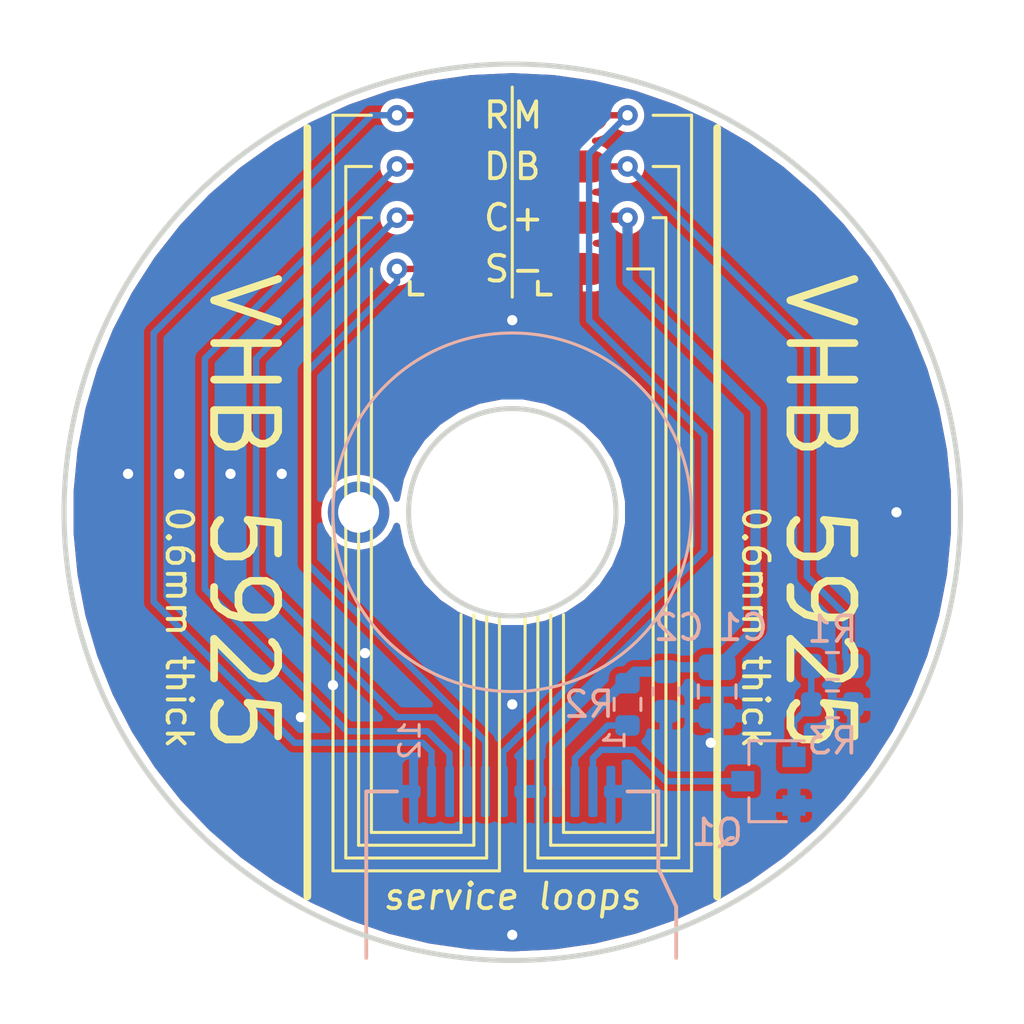
<source format=kicad_pcb>
(kicad_pcb (version 20171130) (host pcbnew 5.1.10-88a1d61d58~90~ubuntu20.04.1)

  (general
    (thickness 1.2)
    (drawings 50)
    (tracks 81)
    (zones 0)
    (modules 10)
    (nets 12)
  )

  (page A4)
  (layers
    (0 F.Cu signal)
    (31 B.Cu signal)
    (32 B.Adhes user)
    (33 F.Adhes user)
    (34 B.Paste user)
    (35 F.Paste user)
    (36 B.SilkS user)
    (37 F.SilkS user)
    (38 B.Mask user)
    (39 F.Mask user)
    (40 Dwgs.User user)
    (41 Cmts.User user)
    (42 Eco1.User user)
    (43 Eco2.User user)
    (44 Edge.Cuts user)
    (45 Margin user)
    (46 B.CrtYd user)
    (47 F.CrtYd user)
    (48 B.Fab user)
    (49 F.Fab user)
  )

  (setup
    (last_trace_width 0.25)
    (user_trace_width 0.4)
    (trace_clearance 0.2)
    (zone_clearance 0.254)
    (zone_45_only no)
    (trace_min 0.2)
    (via_size 0.8)
    (via_drill 0.4)
    (via_min_size 0.4)
    (via_min_drill 0.3)
    (uvia_size 0.3)
    (uvia_drill 0.1)
    (uvias_allowed no)
    (uvia_min_size 0.2)
    (uvia_min_drill 0.1)
    (edge_width 0.05)
    (segment_width 0.2)
    (pcb_text_width 0.3)
    (pcb_text_size 1.5 1.5)
    (mod_edge_width 0.12)
    (mod_text_size 1 1)
    (mod_text_width 0.15)
    (pad_size 1.524 1.524)
    (pad_drill 0.762)
    (pad_to_mask_clearance 0)
    (aux_axis_origin 0 0)
    (visible_elements FFFFFF7F)
    (pcbplotparams
      (layerselection 0x010fc_ffffffff)
      (usegerberextensions false)
      (usegerberattributes true)
      (usegerberadvancedattributes true)
      (creategerberjobfile true)
      (excludeedgelayer true)
      (linewidth 0.100000)
      (plotframeref false)
      (viasonmask false)
      (mode 1)
      (useauxorigin false)
      (hpglpennumber 1)
      (hpglpenspeed 20)
      (hpglpendiameter 15.000000)
      (psnegative false)
      (psa4output false)
      (plotreference true)
      (plotvalue true)
      (plotinvisibletext false)
      (padsonsilk false)
      (subtractmaskfromsilk false)
      (outputformat 1)
      (mirror false)
      (drillshape 1)
      (scaleselection 1)
      (outputdirectory ""))
  )

  (net 0 "")
  (net 1 GND)
  (net 2 /VDD)
  (net 3 /DC)
  (net 4 /BACKLIGHT_EN)
  (net 5 /nRESET)
  (net 6 /MOSI)
  (net 7 /SCK)
  (net 8 /nCS)
  (net 9 /LEDA)
  (net 10 /LEDK)
  (net 11 "Net-(Q1-Pad1)")

  (net_class Default "This is the default net class."
    (clearance 0.2)
    (trace_width 0.25)
    (via_dia 0.8)
    (via_drill 0.4)
    (uvia_dia 0.3)
    (uvia_drill 0.1)
    (add_net /BACKLIGHT_EN)
    (add_net /DC)
    (add_net /LEDA)
    (add_net /LEDK)
    (add_net /MOSI)
    (add_net /SCK)
    (add_net /VDD)
    (add_net /nCS)
    (add_net /nRESET)
    (add_net GND)
    (add_net "Net-(Q1-Pad1)")
  )

  (module LCD_GC9A01:GC9A01Round1.28 (layer B.Cu) (tedit 6208A85C) (tstamp 6207D05B)
    (at 0 10.9 90)
    (path /620756C7)
    (attr virtual)
    (fp_text reference J2 (at 4 -1 90) (layer B.SilkS) hide
      (effects (font (size 1 1) (thickness 0.15)) (justify mirror))
    )
    (fp_text value GC9A01 (at 0 0.5 90) (layer B.Fab)
      (effects (font (size 1 1) (thickness 0.15)) (justify mirror))
    )
    (fp_line (start 0 5.7) (end -3 5.7) (layer B.SilkS) (width 0.15))
    (fp_line (start 0 -5.7) (end -6.5 -5.7) (layer B.SilkS) (width 0.15))
    (fp_line (start -6.5 6.4) (end -4.5 6.4) (layer B.SilkS) (width 0.15))
    (fp_line (start -4.5 6.4) (end -3 5.7) (layer B.SilkS) (width 0.15))
    (fp_line (start 0 5.7) (end 0 4.5) (layer B.SilkS) (width 0.15))
    (fp_line (start 0 -5.7) (end 0 -4.5) (layer B.SilkS) (width 0.15))
    (fp_text user 12 (at 2 -4 90) (layer B.SilkS)
      (effects (font (size 0.8 0.8) (thickness 0.12)) (justify mirror))
    )
    (fp_text user 1 (at 2 4 90) (layer B.SilkS)
      (effects (font (size 0.8 0.8) (thickness 0.12)) (justify mirror))
    )
    (pad 12 smd roundrect (at 0 -3.85 90) (size 2 0.35) (layers B.Cu B.Paste B.Mask) (roundrect_rratio 0.25)
      (net 1 GND))
    (pad 11 smd roundrect (at 0 -3.15 90) (size 2 0.35) (layers B.Cu B.Paste B.Mask) (roundrect_rratio 0.25)
      (net 5 /nRESET))
    (pad 10 smd roundrect (at 0 -2.45 90) (size 2 0.35) (layers B.Cu B.Paste B.Mask) (roundrect_rratio 0.25)
      (net 6 /MOSI))
    (pad 9 smd roundrect (at 0 -1.75 90) (size 2 0.35) (layers B.Cu B.Paste B.Mask) (roundrect_rratio 0.25)
      (net 7 /SCK))
    (pad 8 smd roundrect (at 0 -1.05 90) (size 2 0.35) (layers B.Cu B.Paste B.Mask) (roundrect_rratio 0.25)
      (net 8 /nCS))
    (pad 7 smd roundrect (at 0 -0.35 90) (size 2 0.35) (layers B.Cu B.Paste B.Mask) (roundrect_rratio 0.25)
      (net 3 /DC))
    (pad 6 smd roundrect (at 0 0.35 90) (size 2 0.35) (layers B.Cu B.Paste B.Mask) (roundrect_rratio 0.25)
      (net 1 GND))
    (pad 5 smd roundrect (at 0 1.05 90) (size 2 0.35) (layers B.Cu B.Paste B.Mask) (roundrect_rratio 0.25)
      (net 1 GND))
    (pad 4 smd roundrect (at 0 1.75 90) (size 2 0.35) (layers B.Cu B.Paste B.Mask) (roundrect_rratio 0.25)
      (net 2 /VDD))
    (pad 3 smd roundrect (at 0 2.45 90) (size 2 0.35) (layers B.Cu B.Paste B.Mask) (roundrect_rratio 0.25)
      (net 9 /LEDA))
    (pad 2 smd roundrect (at 0 3.15 90) (size 2 0.35) (layers B.Cu B.Paste B.Mask) (roundrect_rratio 0.25)
      (net 10 /LEDK))
    (pad 1 smd roundrect (at 0 3.85 90) (size 2 0.35) (layers B.Cu B.Paste B.Mask) (roundrect_rratio 0.25)
      (net 1 GND))
    (model ${KIPRJMOD}/../lib/LCD_GC9A01.3dshapes/TFT-Round-1.28.step
      (offset (xyz 10.9 0 -1.8))
      (scale (xyz 1 1 1))
      (rotate (xyz 0 180 90))
    )
  )

  (module Resistor_SMD:R_0603_1608Metric (layer B.Cu) (tedit 5F68FEEE) (tstamp 6207D0AD)
    (at 12.5 7.5)
    (descr "Resistor SMD 0603 (1608 Metric), square (rectangular) end terminal, IPC_7351 nominal, (Body size source: IPC-SM-782 page 72, https://www.pcb-3d.com/wordpress/wp-content/uploads/ipc-sm-782a_amendment_1_and_2.pdf), generated with kicad-footprint-generator")
    (tags resistor)
    (path /620807F6)
    (attr smd)
    (fp_text reference R3 (at 0 1.43) (layer B.SilkS)
      (effects (font (size 1 1) (thickness 0.15)) (justify mirror))
    )
    (fp_text value 1M (at 0 -1.43) (layer B.Fab)
      (effects (font (size 1 1) (thickness 0.15)) (justify mirror))
    )
    (fp_line (start -0.8 -0.4125) (end -0.8 0.4125) (layer B.Fab) (width 0.1))
    (fp_line (start -0.8 0.4125) (end 0.8 0.4125) (layer B.Fab) (width 0.1))
    (fp_line (start 0.8 0.4125) (end 0.8 -0.4125) (layer B.Fab) (width 0.1))
    (fp_line (start 0.8 -0.4125) (end -0.8 -0.4125) (layer B.Fab) (width 0.1))
    (fp_line (start -0.237258 0.5225) (end 0.237258 0.5225) (layer B.SilkS) (width 0.12))
    (fp_line (start -0.237258 -0.5225) (end 0.237258 -0.5225) (layer B.SilkS) (width 0.12))
    (fp_line (start -1.48 -0.73) (end -1.48 0.73) (layer B.CrtYd) (width 0.05))
    (fp_line (start -1.48 0.73) (end 1.48 0.73) (layer B.CrtYd) (width 0.05))
    (fp_line (start 1.48 0.73) (end 1.48 -0.73) (layer B.CrtYd) (width 0.05))
    (fp_line (start 1.48 -0.73) (end -1.48 -0.73) (layer B.CrtYd) (width 0.05))
    (fp_text user %R (at 0 0) (layer B.Fab)
      (effects (font (size 0.4 0.4) (thickness 0.06)) (justify mirror))
    )
    (pad 2 smd roundrect (at 0.825 0) (size 0.8 0.95) (layers B.Cu B.Paste B.Mask) (roundrect_rratio 0.25)
      (net 1 GND))
    (pad 1 smd roundrect (at -0.825 0) (size 0.8 0.95) (layers B.Cu B.Paste B.Mask) (roundrect_rratio 0.25)
      (net 11 "Net-(Q1-Pad1)"))
    (model ${KISYS3DMOD}/Resistor_SMD.3dshapes/R_0603_1608Metric.wrl
      (at (xyz 0 0 0))
      (scale (xyz 1 1 1))
      (rotate (xyz 0 0 0))
    )
  )

  (module Resistor_SMD:R_0603_1608Metric (layer B.Cu) (tedit 5F68FEEE) (tstamp 6207D09C)
    (at 4.5 7.5 270)
    (descr "Resistor SMD 0603 (1608 Metric), square (rectangular) end terminal, IPC_7351 nominal, (Body size source: IPC-SM-782 page 72, https://www.pcb-3d.com/wordpress/wp-content/uploads/ipc-sm-782a_amendment_1_and_2.pdf), generated with kicad-footprint-generator")
    (tags resistor)
    (path /6209F498)
    (attr smd)
    (fp_text reference R2 (at 0 1.5) (layer B.SilkS)
      (effects (font (size 1 1) (thickness 0.15)) (justify mirror))
    )
    (fp_text value 22R (at 0 -1.43 270) (layer B.Fab)
      (effects (font (size 1 1) (thickness 0.15)) (justify mirror))
    )
    (fp_line (start -0.8 -0.4125) (end -0.8 0.4125) (layer B.Fab) (width 0.1))
    (fp_line (start -0.8 0.4125) (end 0.8 0.4125) (layer B.Fab) (width 0.1))
    (fp_line (start 0.8 0.4125) (end 0.8 -0.4125) (layer B.Fab) (width 0.1))
    (fp_line (start 0.8 -0.4125) (end -0.8 -0.4125) (layer B.Fab) (width 0.1))
    (fp_line (start -0.237258 0.5225) (end 0.237258 0.5225) (layer B.SilkS) (width 0.12))
    (fp_line (start -0.237258 -0.5225) (end 0.237258 -0.5225) (layer B.SilkS) (width 0.12))
    (fp_line (start -1.48 -0.73) (end -1.48 0.73) (layer B.CrtYd) (width 0.05))
    (fp_line (start -1.48 0.73) (end 1.48 0.73) (layer B.CrtYd) (width 0.05))
    (fp_line (start 1.48 0.73) (end 1.48 -0.73) (layer B.CrtYd) (width 0.05))
    (fp_line (start 1.48 -0.73) (end -1.48 -0.73) (layer B.CrtYd) (width 0.05))
    (fp_text user %R (at 0 0 270) (layer B.Fab)
      (effects (font (size 0.4 0.4) (thickness 0.06)) (justify mirror))
    )
    (pad 2 smd roundrect (at 0.825 0 270) (size 0.8 0.95) (layers B.Cu B.Paste B.Mask) (roundrect_rratio 0.25)
      (net 9 /LEDA))
    (pad 1 smd roundrect (at -0.825 0 270) (size 0.8 0.95) (layers B.Cu B.Paste B.Mask) (roundrect_rratio 0.25)
      (net 2 /VDD))
    (model ${KISYS3DMOD}/Resistor_SMD.3dshapes/R_0603_1608Metric.wrl
      (at (xyz 0 0 0))
      (scale (xyz 1 1 1))
      (rotate (xyz 0 0 0))
    )
  )

  (module Resistor_SMD:R_0603_1608Metric (layer B.Cu) (tedit 5F68FEEE) (tstamp 6207D08B)
    (at 12.5 6 180)
    (descr "Resistor SMD 0603 (1608 Metric), square (rectangular) end terminal, IPC_7351 nominal, (Body size source: IPC-SM-782 page 72, https://www.pcb-3d.com/wordpress/wp-content/uploads/ipc-sm-782a_amendment_1_and_2.pdf), generated with kicad-footprint-generator")
    (tags resistor)
    (path /6208164C)
    (attr smd)
    (fp_text reference R1 (at 0 1.43) (layer B.SilkS)
      (effects (font (size 1 1) (thickness 0.15)) (justify mirror))
    )
    (fp_text value 10k (at 0 -1.43) (layer B.Fab)
      (effects (font (size 1 1) (thickness 0.15)) (justify mirror))
    )
    (fp_line (start -0.8 -0.4125) (end -0.8 0.4125) (layer B.Fab) (width 0.1))
    (fp_line (start -0.8 0.4125) (end 0.8 0.4125) (layer B.Fab) (width 0.1))
    (fp_line (start 0.8 0.4125) (end 0.8 -0.4125) (layer B.Fab) (width 0.1))
    (fp_line (start 0.8 -0.4125) (end -0.8 -0.4125) (layer B.Fab) (width 0.1))
    (fp_line (start -0.237258 0.5225) (end 0.237258 0.5225) (layer B.SilkS) (width 0.12))
    (fp_line (start -0.237258 -0.5225) (end 0.237258 -0.5225) (layer B.SilkS) (width 0.12))
    (fp_line (start -1.48 -0.73) (end -1.48 0.73) (layer B.CrtYd) (width 0.05))
    (fp_line (start -1.48 0.73) (end 1.48 0.73) (layer B.CrtYd) (width 0.05))
    (fp_line (start 1.48 0.73) (end 1.48 -0.73) (layer B.CrtYd) (width 0.05))
    (fp_line (start 1.48 -0.73) (end -1.48 -0.73) (layer B.CrtYd) (width 0.05))
    (fp_text user %R (at 0 0) (layer B.Fab)
      (effects (font (size 0.4 0.4) (thickness 0.06)) (justify mirror))
    )
    (pad 2 smd roundrect (at 0.825 0 180) (size 0.8 0.95) (layers B.Cu B.Paste B.Mask) (roundrect_rratio 0.25)
      (net 11 "Net-(Q1-Pad1)"))
    (pad 1 smd roundrect (at -0.825 0 180) (size 0.8 0.95) (layers B.Cu B.Paste B.Mask) (roundrect_rratio 0.25)
      (net 4 /BACKLIGHT_EN))
    (model ${KISYS3DMOD}/Resistor_SMD.3dshapes/R_0603_1608Metric.wrl
      (at (xyz 0 0 0))
      (scale (xyz 1 1 1))
      (rotate (xyz 0 0 0))
    )
  )

  (module Package_TO_SOT_SMD:SOT-23 (layer B.Cu) (tedit 5A02FF57) (tstamp 6207D07A)
    (at 10 10.5 180)
    (descr "SOT-23, Standard")
    (tags SOT-23)
    (path /6207DB9F)
    (attr smd)
    (fp_text reference Q1 (at 2 -2 180) (layer B.SilkS)
      (effects (font (size 1 1) (thickness 0.15)) (justify mirror))
    )
    (fp_text value 2N7002 (at 0 -2.5 180) (layer B.Fab)
      (effects (font (size 1 1) (thickness 0.15)) (justify mirror))
    )
    (fp_line (start -0.7 0.95) (end -0.7 -1.5) (layer B.Fab) (width 0.1))
    (fp_line (start -0.15 1.52) (end 0.7 1.52) (layer B.Fab) (width 0.1))
    (fp_line (start -0.7 0.95) (end -0.15 1.52) (layer B.Fab) (width 0.1))
    (fp_line (start 0.7 1.52) (end 0.7 -1.52) (layer B.Fab) (width 0.1))
    (fp_line (start -0.7 -1.52) (end 0.7 -1.52) (layer B.Fab) (width 0.1))
    (fp_line (start 0.76 -1.58) (end 0.76 -0.65) (layer B.SilkS) (width 0.12))
    (fp_line (start 0.76 1.58) (end 0.76 0.65) (layer B.SilkS) (width 0.12))
    (fp_line (start -1.7 1.75) (end 1.7 1.75) (layer B.CrtYd) (width 0.05))
    (fp_line (start 1.7 1.75) (end 1.7 -1.75) (layer B.CrtYd) (width 0.05))
    (fp_line (start 1.7 -1.75) (end -1.7 -1.75) (layer B.CrtYd) (width 0.05))
    (fp_line (start -1.7 -1.75) (end -1.7 1.75) (layer B.CrtYd) (width 0.05))
    (fp_line (start 0.76 1.58) (end -1.4 1.58) (layer B.SilkS) (width 0.12))
    (fp_line (start 0.76 -1.58) (end -0.7 -1.58) (layer B.SilkS) (width 0.12))
    (fp_text user %R (at 0 0 90) (layer B.Fab)
      (effects (font (size 0.5 0.5) (thickness 0.075)) (justify mirror))
    )
    (pad 3 smd rect (at 1 0 180) (size 0.9 0.8) (layers B.Cu B.Paste B.Mask)
      (net 10 /LEDK))
    (pad 2 smd rect (at -1 -0.95 180) (size 0.9 0.8) (layers B.Cu B.Paste B.Mask)
      (net 1 GND))
    (pad 1 smd rect (at -1 0.95 180) (size 0.9 0.8) (layers B.Cu B.Paste B.Mask)
      (net 11 "Net-(Q1-Pad1)"))
    (model ${KISYS3DMOD}/Package_TO_SOT_SMD.3dshapes/SOT-23.wrl
      (at (xyz 0 0 0))
      (scale (xyz 1 1 1))
      (rotate (xyz 0 0 0))
    )
  )

  (module SolderPads:SolderPads_2mm_4 (layer F.Cu) (tedit 62075369) (tstamp 6207D74B)
    (at -2.5 -9.5 90)
    (path /62076D99)
    (fp_text reference J3 (at 0 0.5 90) (layer F.SilkS) hide
      (effects (font (size 1 1) (thickness 0.15)))
    )
    (fp_text value Conn_01x04 (at 0 -0.5 90) (layer F.Fab)
      (effects (font (size 1 1) (thickness 0.15)))
    )
    (fp_line (start -0.5 -1.5) (end -1 -1.5) (layer F.SilkS) (width 0.15))
    (fp_line (start -1 -1.5) (end -1 -1) (layer F.SilkS) (width 0.15))
    (pad 4 smd oval (at 6 0 90) (size 1.25 2.5) (layers F.Cu F.Mask)
      (net 5 /nRESET))
    (pad 3 smd oval (at 4 0 90) (size 1.25 2.5) (layers F.Cu F.Mask)
      (net 6 /MOSI))
    (pad 2 smd oval (at 2 0 90) (size 1.25 2.5) (layers F.Cu F.Mask)
      (net 7 /SCK))
    (pad 1 smd oval (at 0 0 90) (size 1.25 2.5) (layers F.Cu F.Mask)
      (net 8 /nCS))
  )

  (module SolderPads:SolderPads_2mm_4 (layer F.Cu) (tedit 62075369) (tstamp 6207D043)
    (at 2.5 -9.5 90)
    (path /6207690B)
    (fp_text reference J1 (at 0 0.5 90) (layer F.SilkS) hide
      (effects (font (size 1 1) (thickness 0.15)))
    )
    (fp_text value Conn_01x04 (at 0 -0.5 90) (layer F.Fab)
      (effects (font (size 1 1) (thickness 0.15)))
    )
    (fp_line (start -0.5 -1.5) (end -1 -1.5) (layer F.SilkS) (width 0.15))
    (fp_line (start -1 -1.5) (end -1 -1) (layer F.SilkS) (width 0.15))
    (pad 4 smd oval (at 6 0 90) (size 1.25 2.5) (layers F.Cu F.Mask)
      (net 3 /DC))
    (pad 3 smd oval (at 4 0 90) (size 1.25 2.5) (layers F.Cu F.Mask)
      (net 4 /BACKLIGHT_EN))
    (pad 2 smd oval (at 2 0 90) (size 1.25 2.5) (layers F.Cu F.Mask)
      (net 2 /VDD))
    (pad 1 smd oval (at 0 0 90) (size 1.25 2.5) (layers F.Cu F.Mask)
      (net 1 GND))
  )

  (module Holes:AlignmentHole_1.6 locked (layer F.Cu) (tedit 620752D6) (tstamp 6207D039)
    (at -6 0)
    (descr "Mounting Hole 2.2mm, no annular, M2, ISO7380")
    (tags "mounting hole 2.2mm no annular m2 iso7380")
    (path /62075165)
    (attr virtual)
    (fp_text reference H1 (at 0 -2.75) (layer F.SilkS) hide
      (effects (font (size 1 1) (thickness 0.15)))
    )
    (fp_text value AlignmentHole (at 0 2.75) (layer F.Fab) hide
      (effects (font (size 1 1) (thickness 0.15)))
    )
    (fp_text user %R (at 0.3 0) (layer F.Fab)
      (effects (font (size 1 1) (thickness 0.15)))
    )
    (pad 1 thru_hole circle (at 0 0) (size 2.4 2.4) (drill 1.6) (layers *.Cu *.Mask))
  )

  (module Capacitor_SMD:C_0603_1608Metric (layer B.Cu) (tedit 5F68FEEE) (tstamp 6207D496)
    (at 6 7 270)
    (descr "Capacitor SMD 0603 (1608 Metric), square (rectangular) end terminal, IPC_7351 nominal, (Body size source: IPC-SM-782 page 76, https://www.pcb-3d.com/wordpress/wp-content/uploads/ipc-sm-782a_amendment_1_and_2.pdf), generated with kicad-footprint-generator")
    (tags capacitor)
    (path /620AE2F6)
    (attr smd)
    (fp_text reference C2 (at -2.5 -0.5) (layer B.SilkS)
      (effects (font (size 1 1) (thickness 0.15)) (justify mirror))
    )
    (fp_text value 0.1uF (at 0 -1.43 270) (layer B.Fab)
      (effects (font (size 1 1) (thickness 0.15)) (justify mirror))
    )
    (fp_line (start -0.8 -0.4) (end -0.8 0.4) (layer B.Fab) (width 0.1))
    (fp_line (start -0.8 0.4) (end 0.8 0.4) (layer B.Fab) (width 0.1))
    (fp_line (start 0.8 0.4) (end 0.8 -0.4) (layer B.Fab) (width 0.1))
    (fp_line (start 0.8 -0.4) (end -0.8 -0.4) (layer B.Fab) (width 0.1))
    (fp_line (start -0.14058 0.51) (end 0.14058 0.51) (layer B.SilkS) (width 0.12))
    (fp_line (start -0.14058 -0.51) (end 0.14058 -0.51) (layer B.SilkS) (width 0.12))
    (fp_line (start -1.48 -0.73) (end -1.48 0.73) (layer B.CrtYd) (width 0.05))
    (fp_line (start -1.48 0.73) (end 1.48 0.73) (layer B.CrtYd) (width 0.05))
    (fp_line (start 1.48 0.73) (end 1.48 -0.73) (layer B.CrtYd) (width 0.05))
    (fp_line (start 1.48 -0.73) (end -1.48 -0.73) (layer B.CrtYd) (width 0.05))
    (fp_text user %R (at 0 0 270) (layer B.Fab)
      (effects (font (size 0.4 0.4) (thickness 0.06)) (justify mirror))
    )
    (pad 2 smd roundrect (at 0.775 0 270) (size 0.9 0.95) (layers B.Cu B.Paste B.Mask) (roundrect_rratio 0.25)
      (net 1 GND))
    (pad 1 smd roundrect (at -0.775 0 270) (size 0.9 0.95) (layers B.Cu B.Paste B.Mask) (roundrect_rratio 0.25)
      (net 2 /VDD))
    (model ${KISYS3DMOD}/Capacitor_SMD.3dshapes/C_0603_1608Metric.wrl
      (at (xyz 0 0 0))
      (scale (xyz 1 1 1))
      (rotate (xyz 0 0 0))
    )
  )

  (module Capacitor_SMD:C_0805_2012Metric (layer B.Cu) (tedit 5F68FEEE) (tstamp 6207D4C6)
    (at 8 7 270)
    (descr "Capacitor SMD 0805 (2012 Metric), square (rectangular) end terminal, IPC_7351 nominal, (Body size source: IPC-SM-782 page 76, https://www.pcb-3d.com/wordpress/wp-content/uploads/ipc-sm-782a_amendment_1_and_2.pdf, https://docs.google.com/spreadsheets/d/1BsfQQcO9C6DZCsRaXUlFlo91Tg2WpOkGARC1WS5S8t0/edit?usp=sharing), generated with kicad-footprint-generator")
    (tags capacitor)
    (path /6208DA53)
    (attr smd)
    (fp_text reference C1 (at -2.5 -1) (layer B.SilkS)
      (effects (font (size 1 1) (thickness 0.15)) (justify mirror))
    )
    (fp_text value 22uF (at 0 -1.68 270) (layer B.Fab)
      (effects (font (size 1 1) (thickness 0.15)) (justify mirror))
    )
    (fp_line (start -1 -0.625) (end -1 0.625) (layer B.Fab) (width 0.1))
    (fp_line (start -1 0.625) (end 1 0.625) (layer B.Fab) (width 0.1))
    (fp_line (start 1 0.625) (end 1 -0.625) (layer B.Fab) (width 0.1))
    (fp_line (start 1 -0.625) (end -1 -0.625) (layer B.Fab) (width 0.1))
    (fp_line (start -0.261252 0.735) (end 0.261252 0.735) (layer B.SilkS) (width 0.12))
    (fp_line (start -0.261252 -0.735) (end 0.261252 -0.735) (layer B.SilkS) (width 0.12))
    (fp_line (start -1.7 -0.98) (end -1.7 0.98) (layer B.CrtYd) (width 0.05))
    (fp_line (start -1.7 0.98) (end 1.7 0.98) (layer B.CrtYd) (width 0.05))
    (fp_line (start 1.7 0.98) (end 1.7 -0.98) (layer B.CrtYd) (width 0.05))
    (fp_line (start 1.7 -0.98) (end -1.7 -0.98) (layer B.CrtYd) (width 0.05))
    (fp_text user %R (at 0 0 270) (layer B.Fab)
      (effects (font (size 0.5 0.5) (thickness 0.08)) (justify mirror))
    )
    (pad 2 smd roundrect (at 0.95 0 270) (size 1 1.45) (layers B.Cu B.Paste B.Mask) (roundrect_rratio 0.25)
      (net 1 GND))
    (pad 1 smd roundrect (at -0.95 0 270) (size 1 1.45) (layers B.Cu B.Paste B.Mask) (roundrect_rratio 0.25)
      (net 2 /VDD))
    (model ${KISYS3DMOD}/Capacitor_SMD.3dshapes/C_0805_2012Metric.wrl
      (at (xyz 0 0 0))
      (scale (xyz 1 1 1))
      (rotate (xyz 0 0 0))
    )
  )

  (gr_line (start 1 13.5) (end 1 4) (layer F.SilkS) (width 0.12))
  (gr_line (start 0 -16.6) (end 0 -8.4) (layer F.SilkS) (width 0.12))
  (gr_text S (at -0.6 -9.5) (layer F.SilkS)
    (effects (font (size 1 1) (thickness 0.15)))
  )
  (gr_text C (at -0.6 -11.5) (layer F.SilkS)
    (effects (font (size 1 1) (thickness 0.15)))
  )
  (gr_text - (at 0.6 -9.5) (layer F.SilkS)
    (effects (font (size 1 1) (thickness 0.15)))
  )
  (gr_text + (at 0.6 -11.5) (layer F.SilkS)
    (effects (font (size 1 1) (thickness 0.15)))
  )
  (gr_text B (at 0.6 -13.5) (layer F.SilkS)
    (effects (font (size 1 1) (thickness 0.15)))
  )
  (gr_text D (at -0.6 -13.5) (layer F.SilkS)
    (effects (font (size 1 1) (thickness 0.15)))
  )
  (gr_text M (at 0.6 -15.5) (layer F.SilkS)
    (effects (font (size 1 1) (thickness 0.15)))
  )
  (gr_text R (at -0.6 -15.5) (layer F.SilkS)
    (effects (font (size 1 1) (thickness 0.15)))
  )
  (gr_text "0.6mm thick" (at -13 4.5 -90) (layer F.SilkS) (tstamp 6208F7F2)
    (effects (font (size 1 1) (thickness 0.15)))
  )
  (gr_text "0.6mm thick" (at 9.5 4.5 -90) (layer F.SilkS)
    (effects (font (size 1 1) (thickness 0.15)))
  )
  (gr_line (start -2 12.5) (end -2 4) (layer F.SilkS) (width 0.12))
  (gr_line (start -5.5 12.5) (end -2 12.5) (layer F.SilkS) (width 0.12))
  (gr_line (start -5.5 -9.5) (end -5.5 12.5) (layer F.SilkS) (width 0.12))
  (gr_line (start -1.5 13) (end -1.5 4) (layer F.SilkS) (width 0.12))
  (gr_line (start -6 13) (end -1.5 13) (layer F.SilkS) (width 0.12))
  (gr_line (start -6 -11.5) (end -6 13) (layer F.SilkS) (width 0.12))
  (gr_line (start -5.5 -11.5) (end -6 -11.5) (layer F.SilkS) (width 0.12))
  (gr_line (start -1 13.5) (end -1 4) (layer F.SilkS) (width 0.12))
  (gr_line (start -6.5 13.5) (end -1 13.5) (layer F.SilkS) (width 0.12))
  (gr_line (start -6.5 -13.5) (end -6.5 13.5) (layer F.SilkS) (width 0.12))
  (gr_line (start -5.5 -13.5) (end -6.5 -13.5) (layer F.SilkS) (width 0.12))
  (gr_line (start -0.5 14) (end -0.5 4) (layer F.SilkS) (width 0.12))
  (gr_line (start -7 14) (end -0.5 14) (layer F.SilkS) (width 0.12))
  (gr_line (start -7 -15.5) (end -7 14) (layer F.SilkS) (width 0.12))
  (gr_line (start -5.5 -15.5) (end -7 -15.5) (layer F.SilkS) (width 0.12))
  (gr_text "service loops" (at 0 15) (layer F.SilkS) (tstamp 6208F6F4)
    (effects (font (size 1 1) (thickness 0.15) italic))
  )
  (gr_line (start 2 12.5) (end 2 4) (layer F.SilkS) (width 0.12))
  (gr_line (start 5.5 12.5) (end 2 12.5) (layer F.SilkS) (width 0.12))
  (gr_line (start 5.5 -9.5) (end 5.5 12.5) (layer F.SilkS) (width 0.12))
  (gr_line (start 4.5 -9.5) (end 5.5 -9.5) (layer F.SilkS) (width 0.12))
  (gr_line (start 1.5 13) (end 1.5 4) (layer F.SilkS) (width 0.12))
  (gr_line (start 6 13) (end 1.5 13) (layer F.SilkS) (width 0.12))
  (gr_line (start 6 -11.5) (end 6 13) (layer F.SilkS) (width 0.12) (tstamp 6208F6BF))
  (gr_line (start 5.5 -11.5) (end 6 -11.5) (layer F.SilkS) (width 0.12))
  (gr_line (start 6.5 13.5) (end 1 13.5) (layer F.SilkS) (width 0.12))
  (gr_line (start 6.5 -13.5) (end 6.5 13.5) (layer F.SilkS) (width 0.12))
  (gr_line (start 5.5 -13.5) (end 6.5 -13.5) (layer F.SilkS) (width 0.12))
  (gr_line (start 0.5 14) (end 0.5 4) (layer F.SilkS) (width 0.12))
  (gr_line (start 7 14) (end 0.5 14) (layer F.SilkS) (width 0.12))
  (gr_line (start 7 -15.5) (end 7 14) (layer F.SilkS) (width 0.12))
  (gr_line (start 5.5 -15.5) (end 7 -15.5) (layer F.SilkS) (width 0.12))
  (gr_text "VHB 5925" (at -10.5 0 270) (layer F.SilkS) (tstamp 6208F695)
    (effects (font (size 2.5 2.5) (thickness 0.3)))
  )
  (gr_text "VHB 5925" (at 12 0 -90) (layer F.SilkS)
    (effects (font (size 2.5 2.5) (thickness 0.3)))
  )
  (gr_line (start -8 -15) (end -8 15) (layer F.SilkS) (width 0.3))
  (gr_line (start 8 -15) (end 8 15) (layer F.SilkS) (width 0.3))
  (gr_circle (center 0 0) (end 7 0) (layer B.SilkS) (width 0.12))
  (gr_circle (center 0 0) (end 17.5 0) (layer Edge.Cuts) (width 0.2))
  (gr_circle (center 0 0) (end 4.05 0) (layer Edge.Cuts) (width 0.2))

  (via (at -9 -1.5) (size 0.8) (drill 0.4) (layers F.Cu B.Cu) (net 1))
  (via (at -11 -1.5) (size 0.8) (drill 0.4) (layers F.Cu B.Cu) (net 1))
  (via (at -13 -1.5) (size 0.8) (drill 0.4) (layers F.Cu B.Cu) (net 1))
  (via (at -5.75 5.5) (size 0.8) (drill 0.4) (layers F.Cu B.Cu) (net 1))
  (via (at -7 6.75) (size 0.8) (drill 0.4) (layers F.Cu B.Cu) (net 1) (tstamp 620905D8))
  (via (at -8.25 8) (size 0.8) (drill 0.4) (layers F.Cu B.Cu) (net 1))
  (via (at 0 16.5) (size 0.8) (drill 0.4) (layers F.Cu B.Cu) (net 1))
  (via (at 15 0) (size 0.8) (drill 0.4) (layers F.Cu B.Cu) (net 1))
  (via (at -15 -1.5) (size 0.8) (drill 0.4) (layers F.Cu B.Cu) (net 1))
  (via (at 0 7.5) (size 0.8) (drill 0.4) (layers F.Cu B.Cu) (net 1))
  (via (at 7.75 9) (size 0.8) (drill 0.4) (layers F.Cu B.Cu) (net 1))
  (via (at 0 -7.5) (size 0.8) (drill 0.4) (layers F.Cu B.Cu) (net 1))
  (via (at 4.5 -11.5) (size 0.8) (drill 0.4) (layers F.Cu B.Cu) (net 2))
  (segment (start 2.5 -11.5) (end 4.5 -11.5) (width 0.4) (layer F.Cu) (net 2))
  (segment (start 4.5 -11.5) (end 4.5 -9) (width 0.4) (layer B.Cu) (net 2))
  (segment (start 4.5 -9) (end 9.5 -4) (width 0.4) (layer B.Cu) (net 2))
  (segment (start 9.5 4.55) (end 8 6.05) (width 0.4) (layer B.Cu) (net 2))
  (segment (start 9.5 -4) (end 9.5 4.55) (width 0.4) (layer B.Cu) (net 2))
  (segment (start 6.175 6.05) (end 6 6.225) (width 0.25) (layer B.Cu) (net 2))
  (segment (start 8 6.05) (end 6.175 6.05) (width 0.4) (layer B.Cu) (net 2))
  (segment (start 4.775 6.225) (end 1.75 9.25) (width 0.4) (layer B.Cu) (net 2))
  (segment (start 6 6.225) (end 4.775 6.225) (width 0.4) (layer B.Cu) (net 2))
  (segment (start 1.75 9.25) (end 1.75 10.6) (width 0.4) (layer B.Cu) (net 2))
  (via (at 4.5 -15.5) (size 0.8) (drill 0.4) (layers F.Cu B.Cu) (net 3))
  (segment (start 2.5 -15.5) (end 4.5 -15.5) (width 0.25) (layer F.Cu) (net 3))
  (segment (start 7.5 1.5) (end -0.35 9.35) (width 0.25) (layer B.Cu) (net 3))
  (segment (start 7.5 -3) (end 7.5 1.5) (width 0.25) (layer B.Cu) (net 3))
  (segment (start 3 -7.5) (end 7.5 -3) (width 0.25) (layer B.Cu) (net 3))
  (segment (start 3 -14) (end 3 -7.5) (width 0.25) (layer B.Cu) (net 3))
  (segment (start 4.5 -15.5) (end 3 -14) (width 0.25) (layer B.Cu) (net 3))
  (segment (start -0.35 9.35) (end -0.35 10.6) (width 0.25) (layer B.Cu) (net 3))
  (via (at 4.5 -13.5) (size 0.8) (drill 0.4) (layers F.Cu B.Cu) (net 4))
  (segment (start 2.5 -13.5) (end 4.5 -13.5) (width 0.25) (layer F.Cu) (net 4))
  (segment (start 4.5 -13.5) (end 11.5 -6.5) (width 0.25) (layer B.Cu) (net 4))
  (segment (start 11.5 -6.5) (end 11.5 2.5) (width 0.25) (layer B.Cu) (net 4))
  (segment (start 11.5 2.5) (end 13 4) (width 0.25) (layer B.Cu) (net 4))
  (segment (start 13 5.675) (end 13.325 6) (width 0.25) (layer B.Cu) (net 4))
  (segment (start 13 4) (end 13 5.675) (width 0.25) (layer B.Cu) (net 4))
  (via (at -4.5 -15.5) (size 0.8) (drill 0.4) (layers F.Cu B.Cu) (net 5))
  (segment (start -2.5 -15.5) (end -4.5 -15.5) (width 0.25) (layer F.Cu) (net 5))
  (segment (start -3.15 9.35) (end -3.15 10.6) (width 0.25) (layer B.Cu) (net 5))
  (segment (start -3.5 9) (end -3.15 9.35) (width 0.25) (layer B.Cu) (net 5))
  (segment (start -8.5 9) (end -3.5 9) (width 0.25) (layer B.Cu) (net 5))
  (segment (start -14 -7) (end -14 3.5) (width 0.25) (layer B.Cu) (net 5))
  (segment (start -14 3.5) (end -8.5 9) (width 0.25) (layer B.Cu) (net 5))
  (segment (start -5.5 -15.5) (end -14 -7) (width 0.25) (layer B.Cu) (net 5))
  (segment (start -4.5 -15.5) (end -5.5 -15.5) (width 0.25) (layer B.Cu) (net 5))
  (via (at -4.5 -13.5) (size 0.8) (drill 0.4) (layers F.Cu B.Cu) (net 6))
  (segment (start -2.5 -13.5) (end -4.5 -13.5) (width 0.25) (layer F.Cu) (net 6))
  (segment (start -12 3) (end -6.450009 8.549991) (width 0.25) (layer B.Cu) (net 6))
  (segment (start -6.450009 8.549991) (end -3.313599 8.549991) (width 0.25) (layer B.Cu) (net 6))
  (segment (start -12 -6) (end -12 3) (width 0.25) (layer B.Cu) (net 6))
  (segment (start -3.313599 8.549991) (end -2.45 9.413589) (width 0.25) (layer B.Cu) (net 6))
  (segment (start -4.5 -13.5) (end -12 -6) (width 0.25) (layer B.Cu) (net 6))
  (segment (start -2.45 9.413589) (end -2.45 10.6) (width 0.25) (layer B.Cu) (net 6))
  (via (at -4.5 -11.5) (size 0.8) (drill 0.4) (layers F.Cu B.Cu) (net 7))
  (segment (start -4.5 -11.5) (end -2.5 -11.5) (width 0.25) (layer F.Cu) (net 7))
  (segment (start -10 -6) (end -4.5 -11.5) (width 0.25) (layer B.Cu) (net 7))
  (segment (start -10 2.5) (end -10 -6) (width 0.25) (layer B.Cu) (net 7))
  (segment (start -4.5 8) (end -10 2.5) (width 0.25) (layer B.Cu) (net 7))
  (segment (start -3 8) (end -4.5 8) (width 0.25) (layer B.Cu) (net 7))
  (segment (start -1.75 9.25) (end -3 8) (width 0.25) (layer B.Cu) (net 7))
  (segment (start -1.75 9.25) (end -1.75 10.6) (width 0.25) (layer B.Cu) (net 7))
  (via (at -4.5 -9.5) (size 0.8) (drill 0.4) (layers F.Cu B.Cu) (net 8))
  (segment (start -4.5 -9.5) (end -2.5 -9.5) (width 0.25) (layer F.Cu) (net 8))
  (segment (start -4.5 -9) (end -4.5 -9.5) (width 0.25) (layer B.Cu) (net 8))
  (segment (start -8 -5.5) (end -4.5 -9) (width 0.25) (layer B.Cu) (net 8))
  (segment (start -1.05 8.95) (end -8 2) (width 0.25) (layer B.Cu) (net 8))
  (segment (start -8 2) (end -8 -5.5) (width 0.25) (layer B.Cu) (net 8))
  (segment (start -1.05 8.95) (end -1.05 10.6) (width 0.25) (layer B.Cu) (net 8))
  (segment (start 3.725 8.325) (end 4.5 8.325) (width 0.25) (layer B.Cu) (net 9))
  (segment (start 2.45 9.6) (end 3.725 8.325) (width 0.25) (layer B.Cu) (net 9))
  (segment (start 2.45 10.6) (end 2.45 9.6) (width 0.25) (layer B.Cu) (net 9))
  (segment (start 3.47501 9.27499) (end 4.77499 9.27499) (width 0.25) (layer B.Cu) (net 10))
  (segment (start 3.15 9.6) (end 3.47501 9.27499) (width 0.25) (layer B.Cu) (net 10))
  (segment (start 3.15 10.6) (end 3.15 9.6) (width 0.25) (layer B.Cu) (net 10))
  (segment (start 6 10.5) (end 9 10.5) (width 0.25) (layer B.Cu) (net 10))
  (segment (start 4.77499 9.27499) (end 6 10.5) (width 0.25) (layer B.Cu) (net 10))
  (segment (start 11 8.175) (end 11.675 7.5) (width 0.25) (layer B.Cu) (net 11))
  (segment (start 11 9.55) (end 11 8.175) (width 0.25) (layer B.Cu) (net 11))
  (segment (start 11.675 6) (end 11.675 7.5) (width 0.25) (layer B.Cu) (net 11))

  (zone (net 1) (net_name GND) (layer B.Cu) (tstamp 0) (hatch edge 0.508)
    (connect_pads (clearance 0.254))
    (min_thickness 0.254)
    (fill yes (arc_segments 32) (thermal_gap 0.254) (thermal_bridge_width 0.508))
    (polygon
      (pts
        (xy 20 20) (xy -20 20) (xy -20 -20) (xy 20 -20)
      )
    )
    (filled_polygon
      (pts
        (xy 1.617759 -16.941937) (xy 3.220867 -16.711444) (xy 4.794806 -16.329611) (xy 6.325323 -15.799894) (xy 7.798557 -15.127091)
        (xy 9.201166 -14.317294) (xy 10.520448 -13.377838) (xy 11.744455 -12.31723) (xy 12.862102 -11.145075) (xy 13.863268 -9.871989)
        (xy 14.738886 -8.5095) (xy 15.481027 -7.069948) (xy 16.082969 -5.56637) (xy 16.539261 -4.012381) (xy 16.845771 -2.422056)
        (xy 16.999723 -0.809797) (xy 16.999723 0.809797) (xy 16.845771 2.422056) (xy 16.539261 4.012381) (xy 16.082969 5.56637)
        (xy 15.481027 7.069948) (xy 14.738886 8.5095) (xy 13.863268 9.871989) (xy 12.862102 11.145075) (xy 11.744455 12.31723)
        (xy 10.520448 13.377838) (xy 9.201166 14.317294) (xy 7.798557 15.127091) (xy 6.325323 15.799894) (xy 4.794806 16.329611)
        (xy 3.220867 16.711444) (xy 1.617759 16.941937) (xy 0 17.019) (xy -1.617759 16.941937) (xy -3.220867 16.711444)
        (xy -4.794806 16.329611) (xy -6.325323 15.799894) (xy -7.798557 15.127091) (xy -9.201166 14.317294) (xy -10.520448 13.377838)
        (xy -11.744455 12.31723) (xy -12.142282 11.9) (xy -4.407843 11.9) (xy -4.400487 11.974689) (xy -4.378701 12.046508)
        (xy -4.343322 12.112696) (xy -4.295711 12.170711) (xy -4.237696 12.218322) (xy -4.171508 12.253701) (xy -4.099689 12.275487)
        (xy -4.025 12.282843) (xy -3.99325 12.281) (xy -3.898 12.18575) (xy -3.898 11.027) (xy -4.31075 11.027)
        (xy -4.406 11.12225) (xy -4.407843 11.9) (xy -12.142282 11.9) (xy -12.862102 11.145075) (xy -13.841239 9.9)
        (xy -4.407843 9.9) (xy -4.406 10.67775) (xy -4.31075 10.773) (xy -3.898 10.773) (xy -3.898 9.61425)
        (xy -3.99325 9.519) (xy -4.025 9.517157) (xy -4.099689 9.524513) (xy -4.171508 9.546299) (xy -4.237696 9.581678)
        (xy -4.295711 9.629289) (xy -4.343322 9.687304) (xy -4.378701 9.753492) (xy -4.400487 9.825311) (xy -4.407843 9.9)
        (xy -13.841239 9.9) (xy -13.863268 9.871989) (xy -14.738886 8.5095) (xy -15.481027 7.069948) (xy -16.082969 5.56637)
        (xy -16.539261 4.012381) (xy -16.845771 2.422056) (xy -16.999723 0.809797) (xy -16.999723 -0.809797) (xy -16.845771 -2.422056)
        (xy -16.539261 -4.012381) (xy -16.082969 -5.56637) (xy -15.50903 -7) (xy -14.508447 -7) (xy -14.506 -6.975154)
        (xy -14.505999 3.475144) (xy -14.508447 3.5) (xy -14.498678 3.599192) (xy -14.469745 3.694574) (xy -14.469744 3.694575)
        (xy -14.422758 3.782479) (xy -14.359526 3.859527) (xy -14.340219 3.875372) (xy -8.875372 9.34022) (xy -8.859527 9.359527)
        (xy -8.782479 9.422759) (xy -8.694914 9.469564) (xy -8.694575 9.469745) (xy -8.599193 9.498678) (xy -8.5 9.508448)
        (xy -8.475146 9.506) (xy -3.709591 9.506) (xy -3.697149 9.518443) (xy -3.70675 9.519) (xy -3.802 9.61425)
        (xy -3.802 10.773) (xy -3.707843 10.773) (xy -3.707843 11.027) (xy -3.802 11.027) (xy -3.802 12.18575)
        (xy -3.70675 12.281) (xy -3.675 12.282843) (xy -3.600311 12.275487) (xy -3.528492 12.253701) (xy -3.466762 12.220705)
        (xy -3.417492 12.24704) (xy -3.329259 12.273805) (xy -3.2375 12.282843) (xy -3.0625 12.282843) (xy -2.970741 12.273805)
        (xy -2.882508 12.24704) (xy -2.801191 12.203576) (xy -2.8 12.202599) (xy -2.798809 12.203576) (xy -2.717492 12.24704)
        (xy -2.629259 12.273805) (xy -2.5375 12.282843) (xy -2.3625 12.282843) (xy -2.270741 12.273805) (xy -2.182508 12.24704)
        (xy -2.101191 12.203576) (xy -2.1 12.202599) (xy -2.098809 12.203576) (xy -2.017492 12.24704) (xy -1.929259 12.273805)
        (xy -1.8375 12.282843) (xy -1.6625 12.282843) (xy -1.570741 12.273805) (xy -1.482508 12.24704) (xy -1.401191 12.203576)
        (xy -1.4 12.202599) (xy -1.398809 12.203576) (xy -1.317492 12.24704) (xy -1.229259 12.273805) (xy -1.1375 12.282843)
        (xy -0.9625 12.282843) (xy -0.870741 12.273805) (xy -0.782508 12.24704) (xy -0.701191 12.203576) (xy -0.7 12.202599)
        (xy -0.698809 12.203576) (xy -0.617492 12.24704) (xy -0.529259 12.273805) (xy -0.4375 12.282843) (xy -0.2625 12.282843)
        (xy -0.170741 12.273805) (xy -0.082508 12.24704) (xy -0.033238 12.220705) (xy 0.028492 12.253701) (xy 0.100311 12.275487)
        (xy 0.175 12.282843) (xy 0.20675 12.281) (xy 0.302 12.18575) (xy 0.302 11.027) (xy 0.398 11.027)
        (xy 0.398 12.18575) (xy 0.49325 12.281) (xy 0.525 12.282843) (xy 0.599689 12.275487) (xy 0.671508 12.253701)
        (xy 0.7 12.238471) (xy 0.728492 12.253701) (xy 0.800311 12.275487) (xy 0.875 12.282843) (xy 0.90675 12.281)
        (xy 1.002 12.18575) (xy 1.002 11.027) (xy 0.398 11.027) (xy 0.302 11.027) (xy 0.207843 11.027)
        (xy 0.207843 10.773) (xy 0.302 10.773) (xy 0.302 9.61425) (xy 0.398 9.61425) (xy 0.398 10.773)
        (xy 1.002 10.773) (xy 1.002 9.61425) (xy 1.098 9.61425) (xy 1.098 10.773) (xy 1.192157 10.773)
        (xy 1.192157 11.027) (xy 1.098 11.027) (xy 1.098 12.18575) (xy 1.19325 12.281) (xy 1.225 12.282843)
        (xy 1.299689 12.275487) (xy 1.371508 12.253701) (xy 1.433238 12.220705) (xy 1.482508 12.24704) (xy 1.570741 12.273805)
        (xy 1.6625 12.282843) (xy 1.8375 12.282843) (xy 1.929259 12.273805) (xy 2.017492 12.24704) (xy 2.098809 12.203576)
        (xy 2.1 12.202599) (xy 2.101191 12.203576) (xy 2.182508 12.24704) (xy 2.270741 12.273805) (xy 2.3625 12.282843)
        (xy 2.5375 12.282843) (xy 2.629259 12.273805) (xy 2.717492 12.24704) (xy 2.798809 12.203576) (xy 2.8 12.202599)
        (xy 2.801191 12.203576) (xy 2.882508 12.24704) (xy 2.970741 12.273805) (xy 3.0625 12.282843) (xy 3.2375 12.282843)
        (xy 3.329259 12.273805) (xy 3.417492 12.24704) (xy 3.466762 12.220705) (xy 3.528492 12.253701) (xy 3.600311 12.275487)
        (xy 3.675 12.282843) (xy 3.70675 12.281) (xy 3.802 12.18575) (xy 3.802 11.027) (xy 3.898 11.027)
        (xy 3.898 12.18575) (xy 3.99325 12.281) (xy 4.025 12.282843) (xy 4.099689 12.275487) (xy 4.171508 12.253701)
        (xy 4.237696 12.218322) (xy 4.295711 12.170711) (xy 4.343322 12.112696) (xy 4.378701 12.046508) (xy 4.400487 11.974689)
        (xy 4.407843 11.9) (xy 4.407725 11.85) (xy 10.167157 11.85) (xy 10.174513 11.924689) (xy 10.196299 11.996508)
        (xy 10.231678 12.062696) (xy 10.279289 12.120711) (xy 10.337304 12.168322) (xy 10.403492 12.203701) (xy 10.475311 12.225487)
        (xy 10.55 12.232843) (xy 10.77775 12.231) (xy 10.873 12.13575) (xy 10.873 11.577) (xy 11.127 11.577)
        (xy 11.127 12.13575) (xy 11.22225 12.231) (xy 11.45 12.232843) (xy 11.524689 12.225487) (xy 11.596508 12.203701)
        (xy 11.662696 12.168322) (xy 11.720711 12.120711) (xy 11.768322 12.062696) (xy 11.803701 11.996508) (xy 11.825487 11.924689)
        (xy 11.832843 11.85) (xy 11.831 11.67225) (xy 11.73575 11.577) (xy 11.127 11.577) (xy 10.873 11.577)
        (xy 10.26425 11.577) (xy 10.169 11.67225) (xy 10.167157 11.85) (xy 4.407725 11.85) (xy 4.406 11.12225)
        (xy 4.31075 11.027) (xy 3.898 11.027) (xy 3.802 11.027) (xy 3.707843 11.027) (xy 3.707843 10.773)
        (xy 3.802 10.773) (xy 3.802 10.753) (xy 3.898 10.753) (xy 3.898 10.773) (xy 4.31075 10.773)
        (xy 4.406 10.67775) (xy 4.407843 9.9) (xy 4.400487 9.825311) (xy 4.387042 9.78099) (xy 4.565399 9.78099)
        (xy 5.624628 10.84022) (xy 5.640473 10.859527) (xy 5.717521 10.922759) (xy 5.786309 10.959527) (xy 5.805425 10.969745)
        (xy 5.900807 10.998678) (xy 6 11.008448) (xy 6.024854 11.006) (xy 8.184011 11.006) (xy 8.196299 11.046508)
        (xy 8.231678 11.112696) (xy 8.279289 11.170711) (xy 8.337304 11.218322) (xy 8.403492 11.253701) (xy 8.475311 11.275487)
        (xy 8.55 11.282843) (xy 9.45 11.282843) (xy 9.524689 11.275487) (xy 9.596508 11.253701) (xy 9.662696 11.218322)
        (xy 9.720711 11.170711) (xy 9.768322 11.112696) (xy 9.801834 11.05) (xy 10.167157 11.05) (xy 10.169 11.22775)
        (xy 10.26425 11.323) (xy 10.873 11.323) (xy 10.873 10.76425) (xy 11.127 10.76425) (xy 11.127 11.323)
        (xy 11.73575 11.323) (xy 11.831 11.22775) (xy 11.832843 11.05) (xy 11.825487 10.975311) (xy 11.803701 10.903492)
        (xy 11.768322 10.837304) (xy 11.720711 10.779289) (xy 11.662696 10.731678) (xy 11.596508 10.696299) (xy 11.524689 10.674513)
        (xy 11.45 10.667157) (xy 11.22225 10.669) (xy 11.127 10.76425) (xy 10.873 10.76425) (xy 10.77775 10.669)
        (xy 10.55 10.667157) (xy 10.475311 10.674513) (xy 10.403492 10.696299) (xy 10.337304 10.731678) (xy 10.279289 10.779289)
        (xy 10.231678 10.837304) (xy 10.196299 10.903492) (xy 10.174513 10.975311) (xy 10.167157 11.05) (xy 9.801834 11.05)
        (xy 9.803701 11.046508) (xy 9.825487 10.974689) (xy 9.832843 10.9) (xy 9.832843 10.1) (xy 9.825487 10.025311)
        (xy 9.803701 9.953492) (xy 9.768322 9.887304) (xy 9.720711 9.829289) (xy 9.662696 9.781678) (xy 9.596508 9.746299)
        (xy 9.524689 9.724513) (xy 9.45 9.717157) (xy 8.55 9.717157) (xy 8.475311 9.724513) (xy 8.403492 9.746299)
        (xy 8.337304 9.781678) (xy 8.279289 9.829289) (xy 8.231678 9.887304) (xy 8.196299 9.953492) (xy 8.184011 9.994)
        (xy 6.209592 9.994) (xy 5.365592 9.15) (xy 10.167157 9.15) (xy 10.167157 9.95) (xy 10.174513 10.024689)
        (xy 10.196299 10.096508) (xy 10.231678 10.162696) (xy 10.279289 10.220711) (xy 10.337304 10.268322) (xy 10.403492 10.303701)
        (xy 10.475311 10.325487) (xy 10.55 10.332843) (xy 11.45 10.332843) (xy 11.524689 10.325487) (xy 11.596508 10.303701)
        (xy 11.662696 10.268322) (xy 11.720711 10.220711) (xy 11.768322 10.162696) (xy 11.803701 10.096508) (xy 11.825487 10.024689)
        (xy 11.832843 9.95) (xy 11.832843 9.15) (xy 11.825487 9.075311) (xy 11.803701 9.003492) (xy 11.768322 8.937304)
        (xy 11.720711 8.879289) (xy 11.662696 8.831678) (xy 11.596508 8.796299) (xy 11.524689 8.774513) (xy 11.506 8.772672)
        (xy 11.506 8.384591) (xy 11.532748 8.357843) (xy 11.875 8.357843) (xy 11.988707 8.346644) (xy 12.098044 8.313477)
        (xy 12.19881 8.259616) (xy 12.287132 8.187132) (xy 12.359616 8.09881) (xy 12.413477 7.998044) (xy 12.420467 7.975)
        (xy 12.542157 7.975) (xy 12.549513 8.049689) (xy 12.571299 8.121508) (xy 12.606678 8.187696) (xy 12.654289 8.245711)
        (xy 12.712304 8.293322) (xy 12.778492 8.328701) (xy 12.850311 8.350487) (xy 12.925 8.357843) (xy 13.10275 8.356)
        (xy 13.198 8.26075) (xy 13.198 7.627) (xy 13.452 7.627) (xy 13.452 8.26075) (xy 13.54725 8.356)
        (xy 13.725 8.357843) (xy 13.799689 8.350487) (xy 13.871508 8.328701) (xy 13.937696 8.293322) (xy 13.995711 8.245711)
        (xy 14.043322 8.187696) (xy 14.078701 8.121508) (xy 14.100487 8.049689) (xy 14.107843 7.975) (xy 14.106 7.72225)
        (xy 14.01075 7.627) (xy 13.452 7.627) (xy 13.198 7.627) (xy 12.63925 7.627) (xy 12.544 7.72225)
        (xy 12.542157 7.975) (xy 12.420467 7.975) (xy 12.446644 7.888707) (xy 12.457843 7.775) (xy 12.457843 7.225)
        (xy 12.446644 7.111293) (xy 12.413477 7.001956) (xy 12.359616 6.90119) (xy 12.287132 6.812868) (xy 12.210527 6.75)
        (xy 12.287132 6.687132) (xy 12.359616 6.59881) (xy 12.413477 6.498044) (xy 12.446644 6.388707) (xy 12.457843 6.275)
        (xy 12.457843 5.725) (xy 12.446644 5.611293) (xy 12.413477 5.501956) (xy 12.359616 5.40119) (xy 12.287132 5.312868)
        (xy 12.19881 5.240384) (xy 12.098044 5.186523) (xy 11.988707 5.153356) (xy 11.875 5.142157) (xy 11.475 5.142157)
        (xy 11.361293 5.153356) (xy 11.251956 5.186523) (xy 11.15119 5.240384) (xy 11.062868 5.312868) (xy 10.990384 5.40119)
        (xy 10.936523 5.501956) (xy 10.903356 5.611293) (xy 10.892157 5.725) (xy 10.892157 6.275) (xy 10.903356 6.388707)
        (xy 10.936523 6.498044) (xy 10.990384 6.59881) (xy 11.062868 6.687132) (xy 11.139473 6.75) (xy 11.062868 6.812868)
        (xy 10.990384 6.90119) (xy 10.936523 7.001956) (xy 10.903356 7.111293) (xy 10.892157 7.225) (xy 10.892157 7.567252)
        (xy 10.65978 7.799629) (xy 10.640474 7.815473) (xy 10.577242 7.892521) (xy 10.552127 7.939508) (xy 10.530255 7.980426)
        (xy 10.501322 8.075808) (xy 10.491553 8.175) (xy 10.494001 8.199856) (xy 10.494001 8.772672) (xy 10.475311 8.774513)
        (xy 10.403492 8.796299) (xy 10.337304 8.831678) (xy 10.279289 8.879289) (xy 10.231678 8.937304) (xy 10.196299 9.003492)
        (xy 10.174513 9.075311) (xy 10.167157 9.15) (xy 5.365592 9.15) (xy 5.168233 8.952642) (xy 5.187132 8.937132)
        (xy 5.259616 8.84881) (xy 5.313477 8.748044) (xy 5.346644 8.638707) (xy 5.353851 8.56553) (xy 5.378492 8.578701)
        (xy 5.450311 8.600487) (xy 5.525 8.607843) (xy 5.77775 8.606) (xy 5.873 8.51075) (xy 5.873 7.902)
        (xy 6.127 7.902) (xy 6.127 8.51075) (xy 6.22225 8.606) (xy 6.475 8.607843) (xy 6.549689 8.600487)
        (xy 6.621508 8.578701) (xy 6.687696 8.543322) (xy 6.745711 8.495711) (xy 6.783224 8.45) (xy 6.892157 8.45)
        (xy 6.899513 8.524689) (xy 6.921299 8.596508) (xy 6.956678 8.662696) (xy 7.004289 8.720711) (xy 7.062304 8.768322)
        (xy 7.128492 8.803701) (xy 7.200311 8.825487) (xy 7.275 8.832843) (xy 7.77775 8.831) (xy 7.873 8.73575)
        (xy 7.873 8.077) (xy 8.127 8.077) (xy 8.127 8.73575) (xy 8.22225 8.831) (xy 8.725 8.832843)
        (xy 8.799689 8.825487) (xy 8.871508 8.803701) (xy 8.937696 8.768322) (xy 8.995711 8.720711) (xy 9.043322 8.662696)
        (xy 9.078701 8.596508) (xy 9.100487 8.524689) (xy 9.107843 8.45) (xy 9.106 8.17225) (xy 9.01075 8.077)
        (xy 8.127 8.077) (xy 7.873 8.077) (xy 6.98925 8.077) (xy 6.894 8.17225) (xy 6.892157 8.45)
        (xy 6.783224 8.45) (xy 6.793322 8.437696) (xy 6.828701 8.371508) (xy 6.850487 8.299689) (xy 6.857843 8.225)
        (xy 6.856 7.99725) (xy 6.76075 7.902) (xy 6.127 7.902) (xy 5.873 7.902) (xy 5.853 7.902)
        (xy 5.853 7.648) (xy 5.873 7.648) (xy 5.873 7.628) (xy 6.127 7.628) (xy 6.127 7.648)
        (xy 6.76075 7.648) (xy 6.856 7.55275) (xy 6.856831 7.45) (xy 6.892157 7.45) (xy 6.894 7.72775)
        (xy 6.98925 7.823) (xy 7.873 7.823) (xy 7.873 7.16425) (xy 8.127 7.16425) (xy 8.127 7.823)
        (xy 9.01075 7.823) (xy 9.106 7.72775) (xy 9.107843 7.45) (xy 9.100487 7.375311) (xy 9.078701 7.303492)
        (xy 9.043322 7.237304) (xy 8.995711 7.179289) (xy 8.937696 7.131678) (xy 8.871508 7.096299) (xy 8.799689 7.074513)
        (xy 8.725 7.067157) (xy 8.22225 7.069) (xy 8.127 7.16425) (xy 7.873 7.16425) (xy 7.77775 7.069)
        (xy 7.275 7.067157) (xy 7.200311 7.074513) (xy 7.128492 7.096299) (xy 7.062304 7.131678) (xy 7.004289 7.179289)
        (xy 6.956678 7.237304) (xy 6.921299 7.303492) (xy 6.899513 7.375311) (xy 6.892157 7.45) (xy 6.856831 7.45)
        (xy 6.857843 7.325) (xy 6.850487 7.250311) (xy 6.828701 7.178492) (xy 6.793322 7.112304) (xy 6.745711 7.054289)
        (xy 6.687696 7.006678) (xy 6.621508 6.971299) (xy 6.580967 6.959001) (xy 6.587699 6.955403) (xy 6.67981 6.87981)
        (xy 6.755403 6.787699) (xy 6.811574 6.682611) (xy 6.82723 6.631) (xy 6.987805 6.631) (xy 6.99881 6.651589)
        (xy 7.077512 6.747488) (xy 7.173411 6.82619) (xy 7.282821 6.884671) (xy 7.401538 6.920683) (xy 7.525 6.932843)
        (xy 8.475 6.932843) (xy 8.598462 6.920683) (xy 8.717179 6.884671) (xy 8.826589 6.82619) (xy 8.922488 6.747488)
        (xy 9.00119 6.651589) (xy 9.059671 6.542179) (xy 9.095683 6.423462) (xy 9.107843 6.3) (xy 9.107843 5.8)
        (xy 9.104599 5.767059) (xy 9.890645 4.981013) (xy 9.912817 4.962817) (xy 9.985421 4.874348) (xy 10.039371 4.773415)
        (xy 10.072593 4.663896) (xy 10.081 4.57854) (xy 10.081 4.578538) (xy 10.083811 4.550001) (xy 10.081 4.521464)
        (xy 10.081 -3.97146) (xy 10.083811 -4) (xy 10.072593 -4.113896) (xy 10.039371 -4.223415) (xy 9.985421 -4.324348)
        (xy 9.93101 -4.390649) (xy 9.931008 -4.390651) (xy 9.912817 -4.412817) (xy 9.890652 -4.431007) (xy 5.081 -9.240657)
        (xy 5.081 -10.976499) (xy 5.106642 -11.002141) (xy 5.192113 -11.130058) (xy 5.250987 -11.272191) (xy 5.281 -11.423078)
        (xy 5.281 -11.576922) (xy 5.250987 -11.727809) (xy 5.192113 -11.869942) (xy 5.106642 -11.997859) (xy 4.997859 -12.106642)
        (xy 4.869942 -12.192113) (xy 4.727809 -12.250987) (xy 4.576922 -12.281) (xy 4.423078 -12.281) (xy 4.272191 -12.250987)
        (xy 4.130058 -12.192113) (xy 4.002141 -12.106642) (xy 3.893358 -11.997859) (xy 3.807887 -11.869942) (xy 3.749013 -11.727809)
        (xy 3.719 -11.576922) (xy 3.719 -11.423078) (xy 3.749013 -11.272191) (xy 3.807887 -11.130058) (xy 3.893358 -11.002141)
        (xy 3.919 -10.976499) (xy 3.919001 -9.02855) (xy 3.916189 -9) (xy 3.927407 -8.886105) (xy 3.960629 -8.776586)
        (xy 3.9922 -8.717521) (xy 4.01458 -8.675652) (xy 4.087184 -8.587183) (xy 4.109356 -8.568987) (xy 8.919 -3.759341)
        (xy 8.919001 4.309341) (xy 8.061186 5.167157) (xy 7.525 5.167157) (xy 7.401538 5.179317) (xy 7.282821 5.215329)
        (xy 7.173411 5.27381) (xy 7.077512 5.352512) (xy 6.99881 5.448411) (xy 6.987805 5.469) (xy 6.539811 5.469)
        (xy 6.482611 5.438426) (xy 6.368584 5.403837) (xy 6.25 5.392157) (xy 5.75 5.392157) (xy 5.631416 5.403837)
        (xy 5.517389 5.438426) (xy 5.412301 5.494597) (xy 5.32019 5.57019) (xy 5.259616 5.644) (xy 4.803539 5.644)
        (xy 4.774999 5.641189) (xy 4.661104 5.652407) (xy 4.551585 5.685629) (xy 4.450652 5.739579) (xy 4.362183 5.812183)
        (xy 4.343987 5.834355) (xy 4.286185 5.892157) (xy 4.225 5.892157) (xy 4.111293 5.903356) (xy 4.001956 5.936523)
        (xy 3.90119 5.990384) (xy 3.812868 6.062868) (xy 3.740384 6.15119) (xy 3.686523 6.251956) (xy 3.653356 6.361293)
        (xy 3.642157 6.475) (xy 3.642157 6.536185) (xy 1.35936 8.818983) (xy 1.337183 8.837183) (xy 1.277607 8.909778)
        (xy 1.264579 8.925653) (xy 1.210629 9.026586) (xy 1.177407 9.136105) (xy 1.166189 9.25) (xy 1.169 9.27854)
        (xy 1.169 9.54325) (xy 1.098 9.61425) (xy 1.002 9.61425) (xy 0.90675 9.519) (xy 0.875 9.517157)
        (xy 0.800311 9.524513) (xy 0.728492 9.546299) (xy 0.7 9.561529) (xy 0.671508 9.546299) (xy 0.599689 9.524513)
        (xy 0.525 9.517157) (xy 0.49325 9.519) (xy 0.398 9.61425) (xy 0.302 9.61425) (xy 0.20675 9.519)
        (xy 0.197148 9.518443) (xy 7.84022 1.875372) (xy 7.859527 1.859527) (xy 7.922759 1.782479) (xy 7.969745 1.694575)
        (xy 7.998678 1.599193) (xy 8.006 1.524854) (xy 8.006 1.524847) (xy 8.008447 1.500001) (xy 8.006 1.475155)
        (xy 8.006 -2.975155) (xy 8.008447 -3.000001) (xy 8.006 -3.024847) (xy 8.006 -3.024854) (xy 7.998678 -3.099193)
        (xy 7.969745 -3.194575) (xy 7.922759 -3.282479) (xy 7.859527 -3.359527) (xy 7.84022 -3.375372) (xy 3.506 -7.709591)
        (xy 3.506 -13.576922) (xy 3.719 -13.576922) (xy 3.719 -13.423078) (xy 3.749013 -13.272191) (xy 3.807887 -13.130058)
        (xy 3.893358 -13.002141) (xy 4.002141 -12.893358) (xy 4.130058 -12.807887) (xy 4.272191 -12.749013) (xy 4.423078 -12.719)
        (xy 4.565409 -12.719) (xy 10.994 -6.290408) (xy 10.994001 2.475144) (xy 10.991553 2.5) (xy 11.001322 2.599192)
        (xy 11.030255 2.694574) (xy 11.052127 2.735492) (xy 11.077242 2.782479) (xy 11.140474 2.859527) (xy 11.15978 2.875372)
        (xy 12.494 4.209592) (xy 12.494001 5.650144) (xy 12.491553 5.675) (xy 12.501322 5.774192) (xy 12.530255 5.869574)
        (xy 12.542157 5.89184) (xy 12.542157 6.275) (xy 12.553356 6.388707) (xy 12.586523 6.498044) (xy 12.640384 6.59881)
        (xy 12.712868 6.687132) (xy 12.727068 6.698786) (xy 12.712304 6.706678) (xy 12.654289 6.754289) (xy 12.606678 6.812304)
        (xy 12.571299 6.878492) (xy 12.549513 6.950311) (xy 12.542157 7.025) (xy 12.544 7.27775) (xy 12.63925 7.373)
        (xy 13.198 7.373) (xy 13.198 7.353) (xy 13.452 7.353) (xy 13.452 7.373) (xy 14.01075 7.373)
        (xy 14.106 7.27775) (xy 14.107843 7.025) (xy 14.100487 6.950311) (xy 14.078701 6.878492) (xy 14.043322 6.812304)
        (xy 13.995711 6.754289) (xy 13.937696 6.706678) (xy 13.922932 6.698786) (xy 13.937132 6.687132) (xy 14.009616 6.59881)
        (xy 14.063477 6.498044) (xy 14.096644 6.388707) (xy 14.107843 6.275) (xy 14.107843 5.725) (xy 14.096644 5.611293)
        (xy 14.063477 5.501956) (xy 14.009616 5.40119) (xy 13.937132 5.312868) (xy 13.84881 5.240384) (xy 13.748044 5.186523)
        (xy 13.638707 5.153356) (xy 13.525 5.142157) (xy 13.506 5.142157) (xy 13.506 4.024845) (xy 13.508447 3.999999)
        (xy 13.506 3.975153) (xy 13.506 3.975146) (xy 13.498678 3.900807) (xy 13.469745 3.805425) (xy 13.422759 3.717521)
        (xy 13.359527 3.640473) (xy 13.34022 3.624628) (xy 12.006 2.290409) (xy 12.006 -6.475146) (xy 12.008448 -6.5)
        (xy 11.998678 -6.599193) (xy 11.969745 -6.694575) (xy 11.957479 -6.717522) (xy 11.922759 -6.782479) (xy 11.859527 -6.859527)
        (xy 11.84022 -6.875372) (xy 5.281 -13.434591) (xy 5.281 -13.576922) (xy 5.250987 -13.727809) (xy 5.192113 -13.869942)
        (xy 5.106642 -13.997859) (xy 4.997859 -14.106642) (xy 4.869942 -14.192113) (xy 4.727809 -14.250987) (xy 4.576922 -14.281)
        (xy 4.423078 -14.281) (xy 4.272191 -14.250987) (xy 4.130058 -14.192113) (xy 4.002141 -14.106642) (xy 3.893358 -13.997859)
        (xy 3.807887 -13.869942) (xy 3.749013 -13.727809) (xy 3.719 -13.576922) (xy 3.506 -13.576922) (xy 3.506 -13.790409)
        (xy 4.434592 -14.719) (xy 4.576922 -14.719) (xy 4.727809 -14.749013) (xy 4.869942 -14.807887) (xy 4.997859 -14.893358)
        (xy 5.106642 -15.002141) (xy 5.192113 -15.130058) (xy 5.250987 -15.272191) (xy 5.281 -15.423078) (xy 5.281 -15.576922)
        (xy 5.250987 -15.727809) (xy 5.192113 -15.869942) (xy 5.106642 -15.997859) (xy 4.997859 -16.106642) (xy 4.869942 -16.192113)
        (xy 4.727809 -16.250987) (xy 4.576922 -16.281) (xy 4.423078 -16.281) (xy 4.272191 -16.250987) (xy 4.130058 -16.192113)
        (xy 4.002141 -16.106642) (xy 3.893358 -15.997859) (xy 3.807887 -15.869942) (xy 3.749013 -15.727809) (xy 3.719 -15.576922)
        (xy 3.719 -15.434592) (xy 2.659785 -14.375376) (xy 2.640473 -14.359527) (xy 2.577241 -14.282479) (xy 2.530255 -14.194574)
        (xy 2.501322 -14.099192) (xy 2.494 -14.024853) (xy 2.494 -14.024846) (xy 2.491553 -14) (xy 2.494 -13.975154)
        (xy 2.494001 -7.524856) (xy 2.491553 -7.5) (xy 2.501322 -7.400808) (xy 2.530255 -7.305426) (xy 2.552127 -7.264508)
        (xy 2.577242 -7.217521) (xy 2.640474 -7.140473) (xy 2.659781 -7.124628) (xy 6.994 -2.790408) (xy 6.994001 1.290407)
        (xy -0.554831 8.83924) (xy -0.565611 8.803701) (xy -0.580255 8.755425) (xy -0.627241 8.667521) (xy -0.690473 8.590473)
        (xy -0.70978 8.574628) (xy -7.494 1.790409) (xy -7.494 0.524517) (xy -7.401064 0.748884) (xy -7.228043 1.007829)
        (xy -7.007829 1.228043) (xy -6.748884 1.401064) (xy -6.461161 1.520243) (xy -6.155715 1.581) (xy -5.844285 1.581)
        (xy -5.538839 1.520243) (xy -5.251116 1.401064) (xy -4.992171 1.228043) (xy -4.771957 1.007829) (xy -4.598936 0.748884)
        (xy -4.511055 0.536722) (xy -4.355035 1.321086) (xy -4.013624 2.145327) (xy -3.517971 2.887124) (xy -2.887124 3.517971)
        (xy -2.145327 4.013624) (xy -1.321086 4.355035) (xy -0.446076 4.529086) (xy 0.446076 4.529086) (xy 1.321086 4.355035)
        (xy 2.145327 4.013624) (xy 2.887124 3.517971) (xy 3.517971 2.887124) (xy 4.013624 2.145327) (xy 4.355035 1.321086)
        (xy 4.529086 0.446076) (xy 4.529086 -0.446076) (xy 4.355035 -1.321086) (xy 4.013624 -2.145327) (xy 3.517971 -2.887124)
        (xy 2.887124 -3.517971) (xy 2.145327 -4.013624) (xy 1.321086 -4.355035) (xy 0.446076 -4.529086) (xy -0.446076 -4.529086)
        (xy -1.321086 -4.355035) (xy -2.145327 -4.013624) (xy -2.887124 -3.517971) (xy -3.517971 -2.887124) (xy -4.013624 -2.145327)
        (xy -4.355035 -1.321086) (xy -4.511055 -0.536722) (xy -4.598936 -0.748884) (xy -4.771957 -1.007829) (xy -4.992171 -1.228043)
        (xy -5.251116 -1.401064) (xy -5.538839 -1.520243) (xy -5.844285 -1.581) (xy -6.155715 -1.581) (xy -6.461161 -1.520243)
        (xy -6.748884 -1.401064) (xy -7.007829 -1.228043) (xy -7.228043 -1.007829) (xy -7.401064 -0.748884) (xy -7.494 -0.524517)
        (xy -7.494 -5.290409) (xy -4.15978 -8.624628) (xy -4.140473 -8.640473) (xy -4.077241 -8.717521) (xy -4.030255 -8.805425)
        (xy -4.005782 -8.886105) (xy -4.003948 -8.892151) (xy -4.002141 -8.893358) (xy -3.893358 -9.002141) (xy -3.807887 -9.130058)
        (xy -3.749013 -9.272191) (xy -3.719 -9.423078) (xy -3.719 -9.576922) (xy -3.749013 -9.727809) (xy -3.807887 -9.869942)
        (xy -3.893358 -9.997859) (xy -4.002141 -10.106642) (xy -4.130058 -10.192113) (xy -4.272191 -10.250987) (xy -4.423078 -10.281)
        (xy -4.576922 -10.281) (xy -4.727809 -10.250987) (xy -4.869942 -10.192113) (xy -4.997859 -10.106642) (xy -5.106642 -9.997859)
        (xy -5.192113 -9.869942) (xy -5.250987 -9.727809) (xy -5.281 -9.576922) (xy -5.281 -9.423078) (xy -5.250987 -9.272191)
        (xy -5.192113 -9.130058) (xy -5.149424 -9.066168) (xy -8.340219 -5.875372) (xy -8.359526 -5.859527) (xy -8.422758 -5.782479)
        (xy -8.447873 -5.735492) (xy -8.469745 -5.694574) (xy -8.498678 -5.599192) (xy -8.508447 -5.5) (xy -8.505999 -5.475144)
        (xy -8.506 1.975154) (xy -8.508447 2) (xy -8.506 2.024846) (xy -8.506 2.024853) (xy -8.498678 2.099192)
        (xy -8.469745 2.194574) (xy -8.422759 2.282479) (xy -8.359527 2.359527) (xy -8.340215 2.375376) (xy -3.221592 7.494)
        (xy -4.290408 7.494) (xy -9.494 2.290409) (xy -9.494 -5.790409) (xy -4.565408 -10.719) (xy -4.423078 -10.719)
        (xy -4.272191 -10.749013) (xy -4.130058 -10.807887) (xy -4.002141 -10.893358) (xy -3.893358 -11.002141) (xy -3.807887 -11.130058)
        (xy -3.749013 -11.272191) (xy -3.719 -11.423078) (xy -3.719 -11.576922) (xy -3.749013 -11.727809) (xy -3.807887 -11.869942)
        (xy -3.893358 -11.997859) (xy -4.002141 -12.106642) (xy -4.130058 -12.192113) (xy -4.272191 -12.250987) (xy -4.423078 -12.281)
        (xy -4.576922 -12.281) (xy -4.727809 -12.250987) (xy -4.869942 -12.192113) (xy -4.997859 -12.106642) (xy -5.106642 -11.997859)
        (xy -5.192113 -11.869942) (xy -5.250987 -11.727809) (xy -5.281 -11.576922) (xy -5.281 -11.434592) (xy -10.340219 -6.375372)
        (xy -10.359526 -6.359527) (xy -10.422758 -6.282479) (xy -10.447873 -6.235492) (xy -10.469745 -6.194574) (xy -10.498678 -6.099192)
        (xy -10.508447 -6) (xy -10.505999 -5.975144) (xy -10.506 2.475154) (xy -10.508447 2.5) (xy -10.506 2.524846)
        (xy -10.506 2.524853) (xy -10.498678 2.599192) (xy -10.469745 2.694574) (xy -10.422759 2.782479) (xy -10.359527 2.859527)
        (xy -10.340215 2.875376) (xy -5.171601 8.043991) (xy -6.240417 8.043991) (xy -11.494 2.790409) (xy -11.494 -5.790409)
        (xy -4.565408 -12.719) (xy -4.423078 -12.719) (xy -4.272191 -12.749013) (xy -4.130058 -12.807887) (xy -4.002141 -12.893358)
        (xy -3.893358 -13.002141) (xy -3.807887 -13.130058) (xy -3.749013 -13.272191) (xy -3.719 -13.423078) (xy -3.719 -13.576922)
        (xy -3.749013 -13.727809) (xy -3.807887 -13.869942) (xy -3.893358 -13.997859) (xy -4.002141 -14.106642) (xy -4.130058 -14.192113)
        (xy -4.272191 -14.250987) (xy -4.423078 -14.281) (xy -4.576922 -14.281) (xy -4.727809 -14.250987) (xy -4.869942 -14.192113)
        (xy -4.997859 -14.106642) (xy -5.106642 -13.997859) (xy -5.192113 -13.869942) (xy -5.250987 -13.727809) (xy -5.281 -13.576922)
        (xy -5.281 -13.434592) (xy -12.340215 -6.375376) (xy -12.359527 -6.359527) (xy -12.422759 -6.282479) (xy -12.469745 -6.194574)
        (xy -12.498678 -6.099192) (xy -12.506 -6.024853) (xy -12.506 -6.024846) (xy -12.508447 -6) (xy -12.506 -5.975154)
        (xy -12.505999 2.975144) (xy -12.508447 3) (xy -12.498678 3.099192) (xy -12.469745 3.194574) (xy -12.447873 3.235492)
        (xy -12.422758 3.282479) (xy -12.359526 3.359527) (xy -12.340219 3.375372) (xy -7.221592 8.494) (xy -8.290408 8.494)
        (xy -13.494 3.290409) (xy -13.494 -6.790409) (xy -5.290408 -14.994) (xy -5.098501 -14.994) (xy -4.997859 -14.893358)
        (xy -4.869942 -14.807887) (xy -4.727809 -14.749013) (xy -4.576922 -14.719) (xy -4.423078 -14.719) (xy -4.272191 -14.749013)
        (xy -4.130058 -14.807887) (xy -4.002141 -14.893358) (xy -3.893358 -15.002141) (xy -3.807887 -15.130058) (xy -3.749013 -15.272191)
        (xy -3.719 -15.423078) (xy -3.719 -15.576922) (xy -3.749013 -15.727809) (xy -3.807887 -15.869942) (xy -3.893358 -15.997859)
        (xy -4.002141 -16.106642) (xy -4.130058 -16.192113) (xy -4.272191 -16.250987) (xy -4.423078 -16.281) (xy -4.576922 -16.281)
        (xy -4.727809 -16.250987) (xy -4.869942 -16.192113) (xy -4.997859 -16.106642) (xy -5.098501 -16.006) (xy -5.475155 -16.006)
        (xy -5.500001 -16.008447) (xy -5.524847 -16.006) (xy -5.524854 -16.006) (xy -5.586512 -15.999927) (xy -5.599194 -15.998678)
        (xy -5.621393 -15.991944) (xy -5.694575 -15.969745) (xy -5.782479 -15.922759) (xy -5.859527 -15.859527) (xy -5.875372 -15.84022)
        (xy -14.340215 -7.375376) (xy -14.359527 -7.359527) (xy -14.422759 -7.282479) (xy -14.469745 -7.194574) (xy -14.498678 -7.099192)
        (xy -14.506 -7.024853) (xy -14.506 -7.024846) (xy -14.508447 -7) (xy -15.50903 -7) (xy -15.481027 -7.069948)
        (xy -14.738886 -8.5095) (xy -13.863268 -9.871989) (xy -12.862102 -11.145075) (xy -11.744455 -12.31723) (xy -10.520448 -13.377838)
        (xy -9.201166 -14.317294) (xy -7.798557 -15.127091) (xy -6.325323 -15.799894) (xy -4.794806 -16.329611) (xy -3.220867 -16.711444)
        (xy -1.617759 -16.941937) (xy 0 -17.019)
      )
    )
  )
  (zone (net 1) (net_name GND) (layer F.Cu) (tstamp 6208EBFD) (hatch edge 0.508)
    (connect_pads (clearance 0.254))
    (min_thickness 0.254)
    (fill yes (arc_segments 32) (thermal_gap 0.254) (thermal_bridge_width 0.508))
    (polygon
      (pts
        (xy 20 20) (xy -20 20) (xy -20 -20) (xy 20 -20)
      )
    )
    (filled_polygon
      (pts
        (xy 1.617759 -16.941937) (xy 3.220867 -16.711444) (xy 4.794806 -16.329611) (xy 6.325323 -15.799894) (xy 7.798557 -15.127091)
        (xy 9.201166 -14.317294) (xy 10.520448 -13.377838) (xy 11.744455 -12.31723) (xy 12.862102 -11.145075) (xy 13.863268 -9.871989)
        (xy 14.738886 -8.5095) (xy 15.481027 -7.069948) (xy 16.082969 -5.56637) (xy 16.539261 -4.012381) (xy 16.845771 -2.422056)
        (xy 16.999723 -0.809797) (xy 16.999723 0.809797) (xy 16.845771 2.422056) (xy 16.539261 4.012381) (xy 16.082969 5.56637)
        (xy 15.481027 7.069948) (xy 14.738886 8.5095) (xy 13.863268 9.871989) (xy 12.862102 11.145075) (xy 11.744455 12.31723)
        (xy 10.520448 13.377838) (xy 9.201166 14.317294) (xy 7.798557 15.127091) (xy 6.325323 15.799894) (xy 4.794806 16.329611)
        (xy 3.220867 16.711444) (xy 1.617759 16.941937) (xy 0 17.019) (xy -1.617759 16.941937) (xy -3.220867 16.711444)
        (xy -4.794806 16.329611) (xy -6.325323 15.799894) (xy -7.798557 15.127091) (xy -9.201166 14.317294) (xy -10.520448 13.377838)
        (xy -11.744455 12.31723) (xy -12.862102 11.145075) (xy -13.863268 9.871989) (xy -14.738886 8.5095) (xy -15.481027 7.069948)
        (xy -16.082969 5.56637) (xy -16.539261 4.012381) (xy -16.845771 2.422056) (xy -16.999723 0.809797) (xy -16.999723 -0.155715)
        (xy -7.581 -0.155715) (xy -7.581 0.155715) (xy -7.520243 0.461161) (xy -7.401064 0.748884) (xy -7.228043 1.007829)
        (xy -7.007829 1.228043) (xy -6.748884 1.401064) (xy -6.461161 1.520243) (xy -6.155715 1.581) (xy -5.844285 1.581)
        (xy -5.538839 1.520243) (xy -5.251116 1.401064) (xy -4.992171 1.228043) (xy -4.771957 1.007829) (xy -4.598936 0.748884)
        (xy -4.511055 0.536722) (xy -4.355035 1.321086) (xy -4.013624 2.145327) (xy -3.517971 2.887124) (xy -2.887124 3.517971)
        (xy -2.145327 4.013624) (xy -1.321086 4.355035) (xy -0.446076 4.529086) (xy 0.446076 4.529086) (xy 1.321086 4.355035)
        (xy 2.145327 4.013624) (xy 2.887124 3.517971) (xy 3.517971 2.887124) (xy 4.013624 2.145327) (xy 4.355035 1.321086)
        (xy 4.529086 0.446076) (xy 4.529086 -0.446076) (xy 4.355035 -1.321086) (xy 4.013624 -2.145327) (xy 3.517971 -2.887124)
        (xy 2.887124 -3.517971) (xy 2.145327 -4.013624) (xy 1.321086 -4.355035) (xy 0.446076 -4.529086) (xy -0.446076 -4.529086)
        (xy -1.321086 -4.355035) (xy -2.145327 -4.013624) (xy -2.887124 -3.517971) (xy -3.517971 -2.887124) (xy -4.013624 -2.145327)
        (xy -4.355035 -1.321086) (xy -4.511055 -0.536722) (xy -4.598936 -0.748884) (xy -4.771957 -1.007829) (xy -4.992171 -1.228043)
        (xy -5.251116 -1.401064) (xy -5.538839 -1.520243) (xy -5.844285 -1.581) (xy -6.155715 -1.581) (xy -6.461161 -1.520243)
        (xy -6.748884 -1.401064) (xy -7.007829 -1.228043) (xy -7.228043 -1.007829) (xy -7.401064 -0.748884) (xy -7.520243 -0.461161)
        (xy -7.581 -0.155715) (xy -16.999723 -0.155715) (xy -16.999723 -0.809797) (xy -16.845771 -2.422056) (xy -16.539261 -4.012381)
        (xy -16.082969 -5.56637) (xy -15.481027 -7.069948) (xy -14.738886 -8.5095) (xy -13.863268 -9.871989) (xy -12.862102 -11.145075)
        (xy -11.744455 -12.31723) (xy -10.520448 -13.377838) (xy -9.201166 -14.317294) (xy -7.798557 -15.127091) (xy -6.813564 -15.576922)
        (xy -5.281 -15.576922) (xy -5.281 -15.423078) (xy -5.250987 -15.272191) (xy -5.192113 -15.130058) (xy -5.106642 -15.002141)
        (xy -4.997859 -14.893358) (xy -4.869942 -14.807887) (xy -4.727809 -14.749013) (xy -4.576922 -14.719) (xy -4.423078 -14.719)
        (xy -4.272191 -14.749013) (xy -4.130058 -14.807887) (xy -4.002141 -14.893358) (xy -3.96172 -14.933779) (xy -3.839791 -14.785209)
        (xy -3.686608 -14.659495) (xy -3.511842 -14.566081) (xy -3.32221 -14.508557) (xy -3.235331 -14.5) (xy -3.32221 -14.491443)
        (xy -3.511842 -14.433919) (xy -3.686608 -14.340505) (xy -3.839791 -14.214791) (xy -3.96172 -14.066221) (xy -4.002141 -14.106642)
        (xy -4.130058 -14.192113) (xy -4.272191 -14.250987) (xy -4.423078 -14.281) (xy -4.576922 -14.281) (xy -4.727809 -14.250987)
        (xy -4.869942 -14.192113) (xy -4.997859 -14.106642) (xy -5.106642 -13.997859) (xy -5.192113 -13.869942) (xy -5.250987 -13.727809)
        (xy -5.281 -13.576922) (xy -5.281 -13.423078) (xy -5.250987 -13.272191) (xy -5.192113 -13.130058) (xy -5.106642 -13.002141)
        (xy -4.997859 -12.893358) (xy -4.869942 -12.807887) (xy -4.727809 -12.749013) (xy -4.576922 -12.719) (xy -4.423078 -12.719)
        (xy -4.272191 -12.749013) (xy -4.130058 -12.807887) (xy -4.002141 -12.893358) (xy -3.96172 -12.933779) (xy -3.839791 -12.785209)
        (xy -3.686608 -12.659495) (xy -3.511842 -12.566081) (xy -3.32221 -12.508557) (xy -3.235331 -12.5) (xy -3.32221 -12.491443)
        (xy -3.511842 -12.433919) (xy -3.686608 -12.340505) (xy -3.839791 -12.214791) (xy -3.96172 -12.066221) (xy -4.002141 -12.106642)
        (xy -4.130058 -12.192113) (xy -4.272191 -12.250987) (xy -4.423078 -12.281) (xy -4.576922 -12.281) (xy -4.727809 -12.250987)
        (xy -4.869942 -12.192113) (xy -4.997859 -12.106642) (xy -5.106642 -11.997859) (xy -5.192113 -11.869942) (xy -5.250987 -11.727809)
        (xy -5.281 -11.576922) (xy -5.281 -11.423078) (xy -5.250987 -11.272191) (xy -5.192113 -11.130058) (xy -5.106642 -11.002141)
        (xy -4.997859 -10.893358) (xy -4.869942 -10.807887) (xy -4.727809 -10.749013) (xy -4.576922 -10.719) (xy -4.423078 -10.719)
        (xy -4.272191 -10.749013) (xy -4.130058 -10.807887) (xy -4.002141 -10.893358) (xy -3.96172 -10.933779) (xy -3.839791 -10.785209)
        (xy -3.686608 -10.659495) (xy -3.511842 -10.566081) (xy -3.32221 -10.508557) (xy -3.235331 -10.5) (xy -3.32221 -10.491443)
        (xy -3.511842 -10.433919) (xy -3.686608 -10.340505) (xy -3.839791 -10.214791) (xy -3.96172 -10.066221) (xy -4.002141 -10.106642)
        (xy -4.130058 -10.192113) (xy -4.272191 -10.250987) (xy -4.423078 -10.281) (xy -4.576922 -10.281) (xy -4.727809 -10.250987)
        (xy -4.869942 -10.192113) (xy -4.997859 -10.106642) (xy -5.106642 -9.997859) (xy -5.192113 -9.869942) (xy -5.250987 -9.727809)
        (xy -5.281 -9.576922) (xy -5.281 -9.423078) (xy -5.250987 -9.272191) (xy -5.192113 -9.130058) (xy -5.106642 -9.002141)
        (xy -4.997859 -8.893358) (xy -4.869942 -8.807887) (xy -4.727809 -8.749013) (xy -4.576922 -8.719) (xy -4.423078 -8.719)
        (xy -4.272191 -8.749013) (xy -4.130058 -8.807887) (xy -4.002141 -8.893358) (xy -3.96172 -8.933779) (xy -3.839791 -8.785209)
        (xy -3.686608 -8.659495) (xy -3.511842 -8.566081) (xy -3.32221 -8.508557) (xy -3.174414 -8.494) (xy -1.825586 -8.494)
        (xy -1.67779 -8.508557) (xy -1.488158 -8.566081) (xy -1.313392 -8.659495) (xy -1.160209 -8.785209) (xy -1.034495 -8.938392)
        (xy -0.941081 -9.113158) (xy -0.909142 -9.21845) (xy 0.909203 -9.21845) (xy 0.967983 -9.046693) (xy 1.073847 -8.878453)
        (xy 1.210499 -8.734099) (xy 1.372687 -8.619178) (xy 1.554179 -8.538106) (xy 1.748 -8.494) (xy 2.373 -8.494)
        (xy 2.373 -9.373) (xy 2.627 -9.373) (xy 2.627 -8.494) (xy 3.252 -8.494) (xy 3.445821 -8.538106)
        (xy 3.627313 -8.619178) (xy 3.789501 -8.734099) (xy 3.926153 -8.878453) (xy 4.032017 -9.046693) (xy 4.090797 -9.21845)
        (xy 4.026852 -9.373) (xy 2.627 -9.373) (xy 2.373 -9.373) (xy 0.973148 -9.373) (xy 0.909203 -9.21845)
        (xy -0.909142 -9.21845) (xy -0.883557 -9.30279) (xy -0.864133 -9.5) (xy -0.883557 -9.69721) (xy -0.941081 -9.886842)
        (xy -1.034495 -10.061608) (xy -1.160209 -10.214791) (xy -1.313392 -10.340505) (xy -1.488158 -10.433919) (xy -1.67779 -10.491443)
        (xy -1.764669 -10.5) (xy -1.67779 -10.508557) (xy -1.488158 -10.566081) (xy -1.313392 -10.659495) (xy -1.160209 -10.785209)
        (xy -1.034495 -10.938392) (xy -0.941081 -11.113158) (xy -0.883557 -11.30279) (xy -0.864133 -11.5) (xy -0.883557 -11.69721)
        (xy -0.941081 -11.886842) (xy -1.034495 -12.061608) (xy -1.160209 -12.214791) (xy -1.313392 -12.340505) (xy -1.488158 -12.433919)
        (xy -1.67779 -12.491443) (xy -1.764669 -12.5) (xy -1.67779 -12.508557) (xy -1.488158 -12.566081) (xy -1.313392 -12.659495)
        (xy -1.160209 -12.785209) (xy -1.034495 -12.938392) (xy -0.941081 -13.113158) (xy -0.883557 -13.30279) (xy -0.864133 -13.5)
        (xy -0.883557 -13.69721) (xy -0.941081 -13.886842) (xy -1.034495 -14.061608) (xy -1.160209 -14.214791) (xy -1.313392 -14.340505)
        (xy -1.488158 -14.433919) (xy -1.67779 -14.491443) (xy -1.764669 -14.5) (xy -1.67779 -14.508557) (xy -1.488158 -14.566081)
        (xy -1.313392 -14.659495) (xy -1.160209 -14.785209) (xy -1.034495 -14.938392) (xy -0.941081 -15.113158) (xy -0.883557 -15.30279)
        (xy -0.864133 -15.5) (xy 0.864133 -15.5) (xy 0.883557 -15.30279) (xy 0.941081 -15.113158) (xy 1.034495 -14.938392)
        (xy 1.160209 -14.785209) (xy 1.313392 -14.659495) (xy 1.488158 -14.566081) (xy 1.67779 -14.508557) (xy 1.764669 -14.5)
        (xy 1.67779 -14.491443) (xy 1.488158 -14.433919) (xy 1.313392 -14.340505) (xy 1.160209 -14.214791) (xy 1.034495 -14.061608)
        (xy 0.941081 -13.886842) (xy 0.883557 -13.69721) (xy 0.864133 -13.5) (xy 0.883557 -13.30279) (xy 0.941081 -13.113158)
        (xy 1.034495 -12.938392) (xy 1.160209 -12.785209) (xy 1.313392 -12.659495) (xy 1.488158 -12.566081) (xy 1.67779 -12.508557)
        (xy 1.764669 -12.5) (xy 1.67779 -12.491443) (xy 1.488158 -12.433919) (xy 1.313392 -12.340505) (xy 1.160209 -12.214791)
        (xy 1.034495 -12.061608) (xy 0.941081 -11.886842) (xy 0.883557 -11.69721) (xy 0.864133 -11.5) (xy 0.883557 -11.30279)
        (xy 0.941081 -11.113158) (xy 1.034495 -10.938392) (xy 1.160209 -10.785209) (xy 1.313392 -10.659495) (xy 1.488158 -10.566081)
        (xy 1.67779 -10.508557) (xy 1.734633 -10.502958) (xy 1.554179 -10.461894) (xy 1.372687 -10.380822) (xy 1.210499 -10.265901)
        (xy 1.073847 -10.121547) (xy 0.967983 -9.953307) (xy 0.909203 -9.78155) (xy 0.973148 -9.627) (xy 2.373 -9.627)
        (xy 2.373 -9.647) (xy 2.627 -9.647) (xy 2.627 -9.627) (xy 4.026852 -9.627) (xy 4.090797 -9.78155)
        (xy 4.032017 -9.953307) (xy 3.926153 -10.121547) (xy 3.789501 -10.265901) (xy 3.627313 -10.380822) (xy 3.445821 -10.461894)
        (xy 3.265367 -10.502958) (xy 3.32221 -10.508557) (xy 3.511842 -10.566081) (xy 3.686608 -10.659495) (xy 3.839791 -10.785209)
        (xy 3.94959 -10.919) (xy 3.976499 -10.919) (xy 4.002141 -10.893358) (xy 4.130058 -10.807887) (xy 4.272191 -10.749013)
        (xy 4.423078 -10.719) (xy 4.576922 -10.719) (xy 4.727809 -10.749013) (xy 4.869942 -10.807887) (xy 4.997859 -10.893358)
        (xy 5.106642 -11.002141) (xy 5.192113 -11.130058) (xy 5.250987 -11.272191) (xy 5.281 -11.423078) (xy 5.281 -11.576922)
        (xy 5.250987 -11.727809) (xy 5.192113 -11.869942) (xy 5.106642 -11.997859) (xy 4.997859 -12.106642) (xy 4.869942 -12.192113)
        (xy 4.727809 -12.250987) (xy 4.576922 -12.281) (xy 4.423078 -12.281) (xy 4.272191 -12.250987) (xy 4.130058 -12.192113)
        (xy 4.002141 -12.106642) (xy 3.976499 -12.081) (xy 3.94959 -12.081) (xy 3.839791 -12.214791) (xy 3.686608 -12.340505)
        (xy 3.511842 -12.433919) (xy 3.32221 -12.491443) (xy 3.235331 -12.5) (xy 3.32221 -12.508557) (xy 3.511842 -12.566081)
        (xy 3.686608 -12.659495) (xy 3.839791 -12.785209) (xy 3.96172 -12.933779) (xy 4.002141 -12.893358) (xy 4.130058 -12.807887)
        (xy 4.272191 -12.749013) (xy 4.423078 -12.719) (xy 4.576922 -12.719) (xy 4.727809 -12.749013) (xy 4.869942 -12.807887)
        (xy 4.997859 -12.893358) (xy 5.106642 -13.002141) (xy 5.192113 -13.130058) (xy 5.250987 -13.272191) (xy 5.281 -13.423078)
        (xy 5.281 -13.576922) (xy 5.250987 -13.727809) (xy 5.192113 -13.869942) (xy 5.106642 -13.997859) (xy 4.997859 -14.106642)
        (xy 4.869942 -14.192113) (xy 4.727809 -14.250987) (xy 4.576922 -14.281) (xy 4.423078 -14.281) (xy 4.272191 -14.250987)
        (xy 4.130058 -14.192113) (xy 4.002141 -14.106642) (xy 3.96172 -14.066221) (xy 3.839791 -14.214791) (xy 3.686608 -14.340505)
        (xy 3.511842 -14.433919) (xy 3.32221 -14.491443) (xy 3.235331 -14.5) (xy 3.32221 -14.508557) (xy 3.511842 -14.566081)
        (xy 3.686608 -14.659495) (xy 3.839791 -14.785209) (xy 3.96172 -14.933779) (xy 4.002141 -14.893358) (xy 4.130058 -14.807887)
        (xy 4.272191 -14.749013) (xy 4.423078 -14.719) (xy 4.576922 -14.719) (xy 4.727809 -14.749013) (xy 4.869942 -14.807887)
        (xy 4.997859 -14.893358) (xy 5.106642 -15.002141) (xy 5.192113 -15.130058) (xy 5.250987 -15.272191) (xy 5.281 -15.423078)
        (xy 5.281 -15.576922) (xy 5.250987 -15.727809) (xy 5.192113 -15.869942) (xy 5.106642 -15.997859) (xy 4.997859 -16.106642)
        (xy 4.869942 -16.192113) (xy 4.727809 -16.250987) (xy 4.576922 -16.281) (xy 4.423078 -16.281) (xy 4.272191 -16.250987)
        (xy 4.130058 -16.192113) (xy 4.002141 -16.106642) (xy 3.96172 -16.066221) (xy 3.839791 -16.214791) (xy 3.686608 -16.340505)
        (xy 3.511842 -16.433919) (xy 3.32221 -16.491443) (xy 3.174414 -16.506) (xy 1.825586 -16.506) (xy 1.67779 -16.491443)
        (xy 1.488158 -16.433919) (xy 1.313392 -16.340505) (xy 1.160209 -16.214791) (xy 1.034495 -16.061608) (xy 0.941081 -15.886842)
        (xy 0.883557 -15.69721) (xy 0.864133 -15.5) (xy -0.864133 -15.5) (xy -0.883557 -15.69721) (xy -0.941081 -15.886842)
        (xy -1.034495 -16.061608) (xy -1.160209 -16.214791) (xy -1.313392 -16.340505) (xy -1.488158 -16.433919) (xy -1.67779 -16.491443)
        (xy -1.825586 -16.506) (xy -3.174414 -16.506) (xy -3.32221 -16.491443) (xy -3.511842 -16.433919) (xy -3.686608 -16.340505)
        (xy -3.839791 -16.214791) (xy -3.96172 -16.066221) (xy -4.002141 -16.106642) (xy -4.130058 -16.192113) (xy -4.272191 -16.250987)
        (xy -4.423078 -16.281) (xy -4.576922 -16.281) (xy -4.727809 -16.250987) (xy -4.869942 -16.192113) (xy -4.997859 -16.106642)
        (xy -5.106642 -15.997859) (xy -5.192113 -15.869942) (xy -5.250987 -15.727809) (xy -5.281 -15.576922) (xy -6.813564 -15.576922)
        (xy -6.325323 -15.799894) (xy -4.794806 -16.329611) (xy -3.220867 -16.711444) (xy -1.617759 -16.941937) (xy 0 -17.019)
      )
    )
  )
)

</source>
